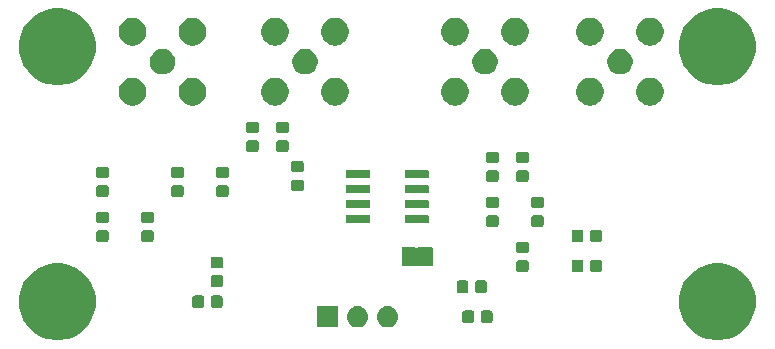
<source format=gbr>
G04 #@! TF.GenerationSoftware,KiCad,Pcbnew,(5.1.2)-2*
G04 #@! TF.CreationDate,2019-07-04T23:02:13+08:00*
G04 #@! TF.ProjectId,ADA4522,41444134-3532-4322-9e6b-696361645f70,rev?*
G04 #@! TF.SameCoordinates,Original*
G04 #@! TF.FileFunction,Soldermask,Top*
G04 #@! TF.FilePolarity,Negative*
%FSLAX46Y46*%
G04 Gerber Fmt 4.6, Leading zero omitted, Abs format (unit mm)*
G04 Created by KiCad (PCBNEW (5.1.2)-2) date 2019-07-04 23:02:13*
%MOMM*%
%LPD*%
G04 APERTURE LIST*
%ADD10C,0.100000*%
G04 APERTURE END LIST*
D10*
G36*
X175894239Y-89521467D02*
G01*
X176208282Y-89583934D01*
X176799926Y-89829001D01*
X177173432Y-90078570D01*
X177332391Y-90184783D01*
X177785217Y-90637609D01*
X177855986Y-90743523D01*
X178140999Y-91170074D01*
X178386066Y-91761718D01*
X178404336Y-91853569D01*
X178511000Y-92389803D01*
X178511000Y-93030197D01*
X178488451Y-93143557D01*
X178386066Y-93658282D01*
X178140999Y-94249926D01*
X177893599Y-94620185D01*
X177818367Y-94732779D01*
X177785216Y-94782392D01*
X177332392Y-95235216D01*
X176799926Y-95590999D01*
X176208282Y-95836066D01*
X175894239Y-95898533D01*
X175580197Y-95961000D01*
X174939803Y-95961000D01*
X174625761Y-95898533D01*
X174311718Y-95836066D01*
X173720074Y-95590999D01*
X173187608Y-95235216D01*
X172734784Y-94782392D01*
X172701634Y-94732779D01*
X172626401Y-94620185D01*
X172379001Y-94249926D01*
X172133934Y-93658282D01*
X172031549Y-93143557D01*
X172009000Y-93030197D01*
X172009000Y-92389803D01*
X172115664Y-91853569D01*
X172133934Y-91761718D01*
X172379001Y-91170074D01*
X172664014Y-90743523D01*
X172734783Y-90637609D01*
X173187609Y-90184783D01*
X173346568Y-90078570D01*
X173720074Y-89829001D01*
X174311718Y-89583934D01*
X174625761Y-89521467D01*
X174939803Y-89459000D01*
X175580197Y-89459000D01*
X175894239Y-89521467D01*
X175894239Y-89521467D01*
G37*
G36*
X120014239Y-89521467D02*
G01*
X120328282Y-89583934D01*
X120919926Y-89829001D01*
X121293432Y-90078570D01*
X121452391Y-90184783D01*
X121905217Y-90637609D01*
X121975986Y-90743523D01*
X122260999Y-91170074D01*
X122506066Y-91761718D01*
X122524336Y-91853569D01*
X122631000Y-92389803D01*
X122631000Y-93030197D01*
X122608451Y-93143557D01*
X122506066Y-93658282D01*
X122260999Y-94249926D01*
X122013599Y-94620185D01*
X121938367Y-94732779D01*
X121905216Y-94782392D01*
X121452392Y-95235216D01*
X120919926Y-95590999D01*
X120328282Y-95836066D01*
X120014239Y-95898533D01*
X119700197Y-95961000D01*
X119059803Y-95961000D01*
X118745761Y-95898533D01*
X118431718Y-95836066D01*
X117840074Y-95590999D01*
X117307608Y-95235216D01*
X116854784Y-94782392D01*
X116821634Y-94732779D01*
X116746401Y-94620185D01*
X116499001Y-94249926D01*
X116253934Y-93658282D01*
X116151549Y-93143557D01*
X116129000Y-93030197D01*
X116129000Y-92389803D01*
X116235664Y-91853569D01*
X116253934Y-91761718D01*
X116499001Y-91170074D01*
X116784014Y-90743523D01*
X116854783Y-90637609D01*
X117307609Y-90184783D01*
X117466568Y-90078570D01*
X117840074Y-89829001D01*
X118431718Y-89583934D01*
X118745761Y-89521467D01*
X119059803Y-89459000D01*
X119700197Y-89459000D01*
X120014239Y-89521467D01*
X120014239Y-89521467D01*
G37*
G36*
X147427412Y-93085220D02*
G01*
X147496627Y-93092037D01*
X147666466Y-93143557D01*
X147822991Y-93227222D01*
X147858729Y-93256552D01*
X147960186Y-93339814D01*
X148043448Y-93441271D01*
X148072778Y-93477009D01*
X148156443Y-93633534D01*
X148207963Y-93803373D01*
X148225359Y-93980000D01*
X148207963Y-94156627D01*
X148156443Y-94326466D01*
X148072778Y-94482991D01*
X148057746Y-94501307D01*
X147960186Y-94620186D01*
X147858729Y-94703448D01*
X147822991Y-94732778D01*
X147666466Y-94816443D01*
X147496627Y-94867963D01*
X147430443Y-94874481D01*
X147364260Y-94881000D01*
X147275740Y-94881000D01*
X147209557Y-94874481D01*
X147143373Y-94867963D01*
X146973534Y-94816443D01*
X146817009Y-94732778D01*
X146781271Y-94703448D01*
X146679814Y-94620186D01*
X146582254Y-94501307D01*
X146567222Y-94482991D01*
X146483557Y-94326466D01*
X146432037Y-94156627D01*
X146414641Y-93980000D01*
X146432037Y-93803373D01*
X146483557Y-93633534D01*
X146567222Y-93477009D01*
X146596552Y-93441271D01*
X146679814Y-93339814D01*
X146781271Y-93256552D01*
X146817009Y-93227222D01*
X146973534Y-93143557D01*
X147143373Y-93092037D01*
X147212588Y-93085220D01*
X147275740Y-93079000D01*
X147364260Y-93079000D01*
X147427412Y-93085220D01*
X147427412Y-93085220D01*
G37*
G36*
X143141000Y-94881000D02*
G01*
X141339000Y-94881000D01*
X141339000Y-93079000D01*
X143141000Y-93079000D01*
X143141000Y-94881000D01*
X143141000Y-94881000D01*
G37*
G36*
X144887412Y-93085220D02*
G01*
X144956627Y-93092037D01*
X145126466Y-93143557D01*
X145282991Y-93227222D01*
X145318729Y-93256552D01*
X145420186Y-93339814D01*
X145503448Y-93441271D01*
X145532778Y-93477009D01*
X145616443Y-93633534D01*
X145667963Y-93803373D01*
X145685359Y-93980000D01*
X145667963Y-94156627D01*
X145616443Y-94326466D01*
X145532778Y-94482991D01*
X145517746Y-94501307D01*
X145420186Y-94620186D01*
X145318729Y-94703448D01*
X145282991Y-94732778D01*
X145126466Y-94816443D01*
X144956627Y-94867963D01*
X144890443Y-94874481D01*
X144824260Y-94881000D01*
X144735740Y-94881000D01*
X144669557Y-94874481D01*
X144603373Y-94867963D01*
X144433534Y-94816443D01*
X144277009Y-94732778D01*
X144241271Y-94703448D01*
X144139814Y-94620186D01*
X144042254Y-94501307D01*
X144027222Y-94482991D01*
X143943557Y-94326466D01*
X143892037Y-94156627D01*
X143874641Y-93980000D01*
X143892037Y-93803373D01*
X143943557Y-93633534D01*
X144027222Y-93477009D01*
X144056552Y-93441271D01*
X144139814Y-93339814D01*
X144241271Y-93256552D01*
X144277009Y-93227222D01*
X144433534Y-93143557D01*
X144603373Y-93092037D01*
X144672588Y-93085220D01*
X144735740Y-93079000D01*
X144824260Y-93079000D01*
X144887412Y-93085220D01*
X144887412Y-93085220D01*
G37*
G36*
X156069591Y-93458085D02*
G01*
X156103569Y-93468393D01*
X156134890Y-93485134D01*
X156162339Y-93507661D01*
X156184866Y-93535110D01*
X156201607Y-93566431D01*
X156211915Y-93600409D01*
X156216000Y-93641890D01*
X156216000Y-94318110D01*
X156211915Y-94359591D01*
X156201607Y-94393569D01*
X156184866Y-94424890D01*
X156162339Y-94452339D01*
X156134890Y-94474866D01*
X156103569Y-94491607D01*
X156069591Y-94501915D01*
X156028110Y-94506000D01*
X155426890Y-94506000D01*
X155385409Y-94501915D01*
X155351431Y-94491607D01*
X155320110Y-94474866D01*
X155292661Y-94452339D01*
X155270134Y-94424890D01*
X155253393Y-94393569D01*
X155243085Y-94359591D01*
X155239000Y-94318110D01*
X155239000Y-93641890D01*
X155243085Y-93600409D01*
X155253393Y-93566431D01*
X155270134Y-93535110D01*
X155292661Y-93507661D01*
X155320110Y-93485134D01*
X155351431Y-93468393D01*
X155385409Y-93458085D01*
X155426890Y-93454000D01*
X156028110Y-93454000D01*
X156069591Y-93458085D01*
X156069591Y-93458085D01*
G37*
G36*
X154494591Y-93458085D02*
G01*
X154528569Y-93468393D01*
X154559890Y-93485134D01*
X154587339Y-93507661D01*
X154609866Y-93535110D01*
X154626607Y-93566431D01*
X154636915Y-93600409D01*
X154641000Y-93641890D01*
X154641000Y-94318110D01*
X154636915Y-94359591D01*
X154626607Y-94393569D01*
X154609866Y-94424890D01*
X154587339Y-94452339D01*
X154559890Y-94474866D01*
X154528569Y-94491607D01*
X154494591Y-94501915D01*
X154453110Y-94506000D01*
X153851890Y-94506000D01*
X153810409Y-94501915D01*
X153776431Y-94491607D01*
X153745110Y-94474866D01*
X153717661Y-94452339D01*
X153695134Y-94424890D01*
X153678393Y-94393569D01*
X153668085Y-94359591D01*
X153664000Y-94318110D01*
X153664000Y-93641890D01*
X153668085Y-93600409D01*
X153678393Y-93566431D01*
X153695134Y-93535110D01*
X153717661Y-93507661D01*
X153745110Y-93485134D01*
X153776431Y-93468393D01*
X153810409Y-93458085D01*
X153851890Y-93454000D01*
X154453110Y-93454000D01*
X154494591Y-93458085D01*
X154494591Y-93458085D01*
G37*
G36*
X131634591Y-92188085D02*
G01*
X131668569Y-92198393D01*
X131699890Y-92215134D01*
X131727339Y-92237661D01*
X131749866Y-92265110D01*
X131766607Y-92296431D01*
X131776915Y-92330409D01*
X131781000Y-92371890D01*
X131781000Y-93048110D01*
X131776915Y-93089591D01*
X131766607Y-93123569D01*
X131749866Y-93154890D01*
X131727339Y-93182339D01*
X131699890Y-93204866D01*
X131668569Y-93221607D01*
X131634591Y-93231915D01*
X131593110Y-93236000D01*
X130991890Y-93236000D01*
X130950409Y-93231915D01*
X130916431Y-93221607D01*
X130885110Y-93204866D01*
X130857661Y-93182339D01*
X130835134Y-93154890D01*
X130818393Y-93123569D01*
X130808085Y-93089591D01*
X130804000Y-93048110D01*
X130804000Y-92371890D01*
X130808085Y-92330409D01*
X130818393Y-92296431D01*
X130835134Y-92265110D01*
X130857661Y-92237661D01*
X130885110Y-92215134D01*
X130916431Y-92198393D01*
X130950409Y-92188085D01*
X130991890Y-92184000D01*
X131593110Y-92184000D01*
X131634591Y-92188085D01*
X131634591Y-92188085D01*
G37*
G36*
X133209591Y-92188085D02*
G01*
X133243569Y-92198393D01*
X133274890Y-92215134D01*
X133302339Y-92237661D01*
X133324866Y-92265110D01*
X133341607Y-92296431D01*
X133351915Y-92330409D01*
X133356000Y-92371890D01*
X133356000Y-93048110D01*
X133351915Y-93089591D01*
X133341607Y-93123569D01*
X133324866Y-93154890D01*
X133302339Y-93182339D01*
X133274890Y-93204866D01*
X133243569Y-93221607D01*
X133209591Y-93231915D01*
X133168110Y-93236000D01*
X132566890Y-93236000D01*
X132525409Y-93231915D01*
X132491431Y-93221607D01*
X132460110Y-93204866D01*
X132432661Y-93182339D01*
X132410134Y-93154890D01*
X132393393Y-93123569D01*
X132383085Y-93089591D01*
X132379000Y-93048110D01*
X132379000Y-92371890D01*
X132383085Y-92330409D01*
X132393393Y-92296431D01*
X132410134Y-92265110D01*
X132432661Y-92237661D01*
X132460110Y-92215134D01*
X132491431Y-92198393D01*
X132525409Y-92188085D01*
X132566890Y-92184000D01*
X133168110Y-92184000D01*
X133209591Y-92188085D01*
X133209591Y-92188085D01*
G37*
G36*
X154012091Y-90918085D02*
G01*
X154046069Y-90928393D01*
X154077390Y-90945134D01*
X154104839Y-90967661D01*
X154127366Y-90995110D01*
X154144107Y-91026431D01*
X154154415Y-91060409D01*
X154158500Y-91101890D01*
X154158500Y-91778110D01*
X154154415Y-91819591D01*
X154144107Y-91853569D01*
X154127366Y-91884890D01*
X154104839Y-91912339D01*
X154077390Y-91934866D01*
X154046069Y-91951607D01*
X154012091Y-91961915D01*
X153970610Y-91966000D01*
X153369390Y-91966000D01*
X153327909Y-91961915D01*
X153293931Y-91951607D01*
X153262610Y-91934866D01*
X153235161Y-91912339D01*
X153212634Y-91884890D01*
X153195893Y-91853569D01*
X153185585Y-91819591D01*
X153181500Y-91778110D01*
X153181500Y-91101890D01*
X153185585Y-91060409D01*
X153195893Y-91026431D01*
X153212634Y-90995110D01*
X153235161Y-90967661D01*
X153262610Y-90945134D01*
X153293931Y-90928393D01*
X153327909Y-90918085D01*
X153369390Y-90914000D01*
X153970610Y-90914000D01*
X154012091Y-90918085D01*
X154012091Y-90918085D01*
G37*
G36*
X155587091Y-90918085D02*
G01*
X155621069Y-90928393D01*
X155652390Y-90945134D01*
X155679839Y-90967661D01*
X155702366Y-90995110D01*
X155719107Y-91026431D01*
X155729415Y-91060409D01*
X155733500Y-91101890D01*
X155733500Y-91778110D01*
X155729415Y-91819591D01*
X155719107Y-91853569D01*
X155702366Y-91884890D01*
X155679839Y-91912339D01*
X155652390Y-91934866D01*
X155621069Y-91951607D01*
X155587091Y-91961915D01*
X155545610Y-91966000D01*
X154944390Y-91966000D01*
X154902909Y-91961915D01*
X154868931Y-91951607D01*
X154837610Y-91934866D01*
X154810161Y-91912339D01*
X154787634Y-91884890D01*
X154770893Y-91853569D01*
X154760585Y-91819591D01*
X154756500Y-91778110D01*
X154756500Y-91101890D01*
X154760585Y-91060409D01*
X154770893Y-91026431D01*
X154787634Y-90995110D01*
X154810161Y-90967661D01*
X154837610Y-90945134D01*
X154868931Y-90928393D01*
X154902909Y-90918085D01*
X154944390Y-90914000D01*
X155545610Y-90914000D01*
X155587091Y-90918085D01*
X155587091Y-90918085D01*
G37*
G36*
X133247091Y-90473085D02*
G01*
X133281069Y-90483393D01*
X133312390Y-90500134D01*
X133339839Y-90522661D01*
X133362366Y-90550110D01*
X133379107Y-90581431D01*
X133389415Y-90615409D01*
X133393500Y-90656890D01*
X133393500Y-91258110D01*
X133389415Y-91299591D01*
X133379107Y-91333569D01*
X133362366Y-91364890D01*
X133339839Y-91392339D01*
X133312390Y-91414866D01*
X133281069Y-91431607D01*
X133247091Y-91441915D01*
X133205610Y-91446000D01*
X132529390Y-91446000D01*
X132487909Y-91441915D01*
X132453931Y-91431607D01*
X132422610Y-91414866D01*
X132395161Y-91392339D01*
X132372634Y-91364890D01*
X132355893Y-91333569D01*
X132345585Y-91299591D01*
X132341500Y-91258110D01*
X132341500Y-90656890D01*
X132345585Y-90615409D01*
X132355893Y-90581431D01*
X132372634Y-90550110D01*
X132395161Y-90522661D01*
X132422610Y-90500134D01*
X132453931Y-90483393D01*
X132487909Y-90473085D01*
X132529390Y-90469000D01*
X133205610Y-90469000D01*
X133247091Y-90473085D01*
X133247091Y-90473085D01*
G37*
G36*
X165324592Y-89143086D02*
G01*
X165358570Y-89153394D01*
X165389891Y-89170135D01*
X165417340Y-89192662D01*
X165439867Y-89220111D01*
X165456608Y-89251432D01*
X165466916Y-89285410D01*
X165471001Y-89326891D01*
X165471001Y-90003111D01*
X165466916Y-90044592D01*
X165456608Y-90078570D01*
X165439867Y-90109891D01*
X165417340Y-90137340D01*
X165389891Y-90159867D01*
X165358570Y-90176608D01*
X165324592Y-90186916D01*
X165283111Y-90191001D01*
X164681891Y-90191001D01*
X164640410Y-90186916D01*
X164606432Y-90176608D01*
X164575111Y-90159867D01*
X164547662Y-90137340D01*
X164525135Y-90109891D01*
X164508394Y-90078570D01*
X164498086Y-90044592D01*
X164494001Y-90003111D01*
X164494001Y-89326891D01*
X164498086Y-89285410D01*
X164508394Y-89251432D01*
X164525135Y-89220111D01*
X164547662Y-89192662D01*
X164575111Y-89170135D01*
X164606432Y-89153394D01*
X164640410Y-89143086D01*
X164681891Y-89139001D01*
X165283111Y-89139001D01*
X165324592Y-89143086D01*
X165324592Y-89143086D01*
G37*
G36*
X163749592Y-89143086D02*
G01*
X163783570Y-89153394D01*
X163814891Y-89170135D01*
X163842340Y-89192662D01*
X163864867Y-89220111D01*
X163881608Y-89251432D01*
X163891916Y-89285410D01*
X163896001Y-89326891D01*
X163896001Y-90003111D01*
X163891916Y-90044592D01*
X163881608Y-90078570D01*
X163864867Y-90109891D01*
X163842340Y-90137340D01*
X163814891Y-90159867D01*
X163783570Y-90176608D01*
X163749592Y-90186916D01*
X163708111Y-90191001D01*
X163106891Y-90191001D01*
X163065410Y-90186916D01*
X163031432Y-90176608D01*
X163000111Y-90159867D01*
X162972662Y-90137340D01*
X162950135Y-90109891D01*
X162933394Y-90078570D01*
X162923086Y-90044592D01*
X162919001Y-90003111D01*
X162919001Y-89326891D01*
X162923086Y-89285410D01*
X162933394Y-89251432D01*
X162950135Y-89220111D01*
X162972662Y-89192662D01*
X163000111Y-89170135D01*
X163031432Y-89153394D01*
X163065410Y-89143086D01*
X163106891Y-89139001D01*
X163708111Y-89139001D01*
X163749592Y-89143086D01*
X163749592Y-89143086D01*
G37*
G36*
X159129591Y-89203085D02*
G01*
X159163569Y-89213393D01*
X159194890Y-89230134D01*
X159222339Y-89252661D01*
X159244866Y-89280110D01*
X159261607Y-89311431D01*
X159271915Y-89345409D01*
X159276000Y-89386890D01*
X159276000Y-89988110D01*
X159271915Y-90029591D01*
X159261607Y-90063569D01*
X159244866Y-90094890D01*
X159222339Y-90122339D01*
X159194890Y-90144866D01*
X159163569Y-90161607D01*
X159129591Y-90171915D01*
X159088110Y-90176000D01*
X158411890Y-90176000D01*
X158370409Y-90171915D01*
X158336431Y-90161607D01*
X158305110Y-90144866D01*
X158277661Y-90122339D01*
X158255134Y-90094890D01*
X158238393Y-90063569D01*
X158228085Y-90029591D01*
X158224000Y-89988110D01*
X158224000Y-89386890D01*
X158228085Y-89345409D01*
X158238393Y-89311431D01*
X158255134Y-89280110D01*
X158277661Y-89252661D01*
X158305110Y-89230134D01*
X158336431Y-89213393D01*
X158370409Y-89203085D01*
X158411890Y-89199000D01*
X159088110Y-89199000D01*
X159129591Y-89203085D01*
X159129591Y-89203085D01*
G37*
G36*
X133247091Y-88898085D02*
G01*
X133281069Y-88908393D01*
X133312390Y-88925134D01*
X133339839Y-88947661D01*
X133362366Y-88975110D01*
X133379107Y-89006431D01*
X133389415Y-89040409D01*
X133393500Y-89081890D01*
X133393500Y-89683110D01*
X133389415Y-89724591D01*
X133379107Y-89758569D01*
X133362366Y-89789890D01*
X133339839Y-89817339D01*
X133312390Y-89839866D01*
X133281069Y-89856607D01*
X133247091Y-89866915D01*
X133205610Y-89871000D01*
X132529390Y-89871000D01*
X132487909Y-89866915D01*
X132453931Y-89856607D01*
X132422610Y-89839866D01*
X132395161Y-89817339D01*
X132372634Y-89789890D01*
X132355893Y-89758569D01*
X132345585Y-89724591D01*
X132341500Y-89683110D01*
X132341500Y-89081890D01*
X132345585Y-89040409D01*
X132355893Y-89006431D01*
X132372634Y-88975110D01*
X132395161Y-88947661D01*
X132422610Y-88925134D01*
X132453931Y-88908393D01*
X132487909Y-88898085D01*
X132529390Y-88894000D01*
X133205610Y-88894000D01*
X133247091Y-88898085D01*
X133247091Y-88898085D01*
G37*
G36*
X149644999Y-88099737D02*
G01*
X149654608Y-88102652D01*
X149663472Y-88107390D01*
X149671212Y-88113742D01*
X149671213Y-88113743D01*
X149671237Y-88113763D01*
X149677640Y-88121573D01*
X149677677Y-88121628D01*
X149685480Y-88131147D01*
X149685511Y-88131122D01*
X149696853Y-88144972D01*
X149715779Y-88160537D01*
X149737377Y-88172111D01*
X149760819Y-88179249D01*
X149785202Y-88181676D01*
X149809591Y-88179300D01*
X149833047Y-88172211D01*
X149854670Y-88160682D01*
X149873628Y-88145157D01*
X149889193Y-88126231D01*
X149891029Y-88123175D01*
X149892418Y-88121486D01*
X149892419Y-88121484D01*
X149898801Y-88113725D01*
X149906573Y-88107360D01*
X149906575Y-88107358D01*
X149915399Y-88102654D01*
X149915438Y-88102633D01*
X149925055Y-88099727D01*
X149925085Y-88099718D01*
X149941113Y-88098148D01*
X151078860Y-88098148D01*
X151094999Y-88099737D01*
X151104608Y-88102652D01*
X151113472Y-88107390D01*
X151121237Y-88113763D01*
X151127610Y-88121528D01*
X151132348Y-88130392D01*
X151135263Y-88140001D01*
X151136852Y-88156140D01*
X151136852Y-89643860D01*
X151135263Y-89659999D01*
X151132348Y-89669608D01*
X151127610Y-89678472D01*
X151121237Y-89686237D01*
X151113472Y-89692610D01*
X151104608Y-89697348D01*
X151094999Y-89700263D01*
X151078860Y-89701852D01*
X149941140Y-89701852D01*
X149925001Y-89700263D01*
X149915392Y-89697348D01*
X149906528Y-89692610D01*
X149898763Y-89686237D01*
X149888116Y-89673263D01*
X149881947Y-89664032D01*
X149864619Y-89646706D01*
X149844244Y-89633093D01*
X149821605Y-89623717D01*
X149797572Y-89618937D01*
X149773068Y-89618938D01*
X149749035Y-89623720D01*
X149726396Y-89633098D01*
X149706022Y-89646713D01*
X149688696Y-89664041D01*
X149681825Y-89673317D01*
X149677640Y-89678427D01*
X149671275Y-89686199D01*
X149663516Y-89692581D01*
X149654661Y-89697326D01*
X149651623Y-89698251D01*
X149645085Y-89700242D01*
X149645082Y-89700242D01*
X149645050Y-89700252D01*
X149635000Y-89701247D01*
X149634935Y-89701247D01*
X149628825Y-89701852D01*
X148641140Y-89701852D01*
X148625001Y-89700263D01*
X148615392Y-89697348D01*
X148606528Y-89692610D01*
X148598763Y-89686237D01*
X148592390Y-89678472D01*
X148587652Y-89669608D01*
X148584737Y-89659999D01*
X148583148Y-89643860D01*
X148583148Y-88156140D01*
X148584737Y-88140001D01*
X148587652Y-88130392D01*
X148592390Y-88121528D01*
X148598763Y-88113763D01*
X148606528Y-88107390D01*
X148615392Y-88102652D01*
X148625001Y-88099737D01*
X148641140Y-88098148D01*
X149628860Y-88098148D01*
X149644999Y-88099737D01*
X149644999Y-88099737D01*
G37*
G36*
X159129591Y-87628085D02*
G01*
X159163569Y-87638393D01*
X159194890Y-87655134D01*
X159222339Y-87677661D01*
X159244866Y-87705110D01*
X159261607Y-87736431D01*
X159271915Y-87770409D01*
X159276000Y-87811890D01*
X159276000Y-88413110D01*
X159271915Y-88454591D01*
X159261607Y-88488569D01*
X159244866Y-88519890D01*
X159222339Y-88547339D01*
X159194890Y-88569866D01*
X159163569Y-88586607D01*
X159129591Y-88596915D01*
X159088110Y-88601000D01*
X158411890Y-88601000D01*
X158370409Y-88596915D01*
X158336431Y-88586607D01*
X158305110Y-88569866D01*
X158277661Y-88547339D01*
X158255134Y-88519890D01*
X158238393Y-88488569D01*
X158228085Y-88454591D01*
X158224000Y-88413110D01*
X158224000Y-87811890D01*
X158228085Y-87770409D01*
X158238393Y-87736431D01*
X158255134Y-87705110D01*
X158277661Y-87677661D01*
X158305110Y-87655134D01*
X158336431Y-87638393D01*
X158370409Y-87628085D01*
X158411890Y-87624000D01*
X159088110Y-87624000D01*
X159129591Y-87628085D01*
X159129591Y-87628085D01*
G37*
G36*
X165324592Y-86633086D02*
G01*
X165358570Y-86643394D01*
X165389891Y-86660135D01*
X165417340Y-86682662D01*
X165439867Y-86710111D01*
X165456608Y-86741432D01*
X165466916Y-86775410D01*
X165471001Y-86816891D01*
X165471001Y-87493111D01*
X165466916Y-87534592D01*
X165456608Y-87568570D01*
X165439867Y-87599891D01*
X165417340Y-87627340D01*
X165389891Y-87649867D01*
X165358570Y-87666608D01*
X165324592Y-87676916D01*
X165283111Y-87681001D01*
X164681891Y-87681001D01*
X164640410Y-87676916D01*
X164606432Y-87666608D01*
X164575111Y-87649867D01*
X164547662Y-87627340D01*
X164525135Y-87599891D01*
X164508394Y-87568570D01*
X164498086Y-87534592D01*
X164494001Y-87493111D01*
X164494001Y-86816891D01*
X164498086Y-86775410D01*
X164508394Y-86741432D01*
X164525135Y-86710111D01*
X164547662Y-86682662D01*
X164575111Y-86660135D01*
X164606432Y-86643394D01*
X164640410Y-86633086D01*
X164681891Y-86629001D01*
X165283111Y-86629001D01*
X165324592Y-86633086D01*
X165324592Y-86633086D01*
G37*
G36*
X163749592Y-86633086D02*
G01*
X163783570Y-86643394D01*
X163814891Y-86660135D01*
X163842340Y-86682662D01*
X163864867Y-86710111D01*
X163881608Y-86741432D01*
X163891916Y-86775410D01*
X163896001Y-86816891D01*
X163896001Y-87493111D01*
X163891916Y-87534592D01*
X163881608Y-87568570D01*
X163864867Y-87599891D01*
X163842340Y-87627340D01*
X163814891Y-87649867D01*
X163783570Y-87666608D01*
X163749592Y-87676916D01*
X163708111Y-87681001D01*
X163106891Y-87681001D01*
X163065410Y-87676916D01*
X163031432Y-87666608D01*
X163000111Y-87649867D01*
X162972662Y-87627340D01*
X162950135Y-87599891D01*
X162933394Y-87568570D01*
X162923086Y-87534592D01*
X162919001Y-87493111D01*
X162919001Y-86816891D01*
X162923086Y-86775410D01*
X162933394Y-86741432D01*
X162950135Y-86710111D01*
X162972662Y-86682662D01*
X163000111Y-86660135D01*
X163031432Y-86643394D01*
X163065410Y-86633086D01*
X163106891Y-86629001D01*
X163708111Y-86629001D01*
X163749592Y-86633086D01*
X163749592Y-86633086D01*
G37*
G36*
X123569591Y-86663085D02*
G01*
X123603569Y-86673393D01*
X123634890Y-86690134D01*
X123662339Y-86712661D01*
X123684866Y-86740110D01*
X123701607Y-86771431D01*
X123711915Y-86805409D01*
X123716000Y-86846890D01*
X123716000Y-87448110D01*
X123711915Y-87489591D01*
X123701607Y-87523569D01*
X123684866Y-87554890D01*
X123662339Y-87582339D01*
X123634890Y-87604866D01*
X123603569Y-87621607D01*
X123569591Y-87631915D01*
X123528110Y-87636000D01*
X122851890Y-87636000D01*
X122810409Y-87631915D01*
X122776431Y-87621607D01*
X122745110Y-87604866D01*
X122717661Y-87582339D01*
X122695134Y-87554890D01*
X122678393Y-87523569D01*
X122668085Y-87489591D01*
X122664000Y-87448110D01*
X122664000Y-86846890D01*
X122668085Y-86805409D01*
X122678393Y-86771431D01*
X122695134Y-86740110D01*
X122717661Y-86712661D01*
X122745110Y-86690134D01*
X122776431Y-86673393D01*
X122810409Y-86663085D01*
X122851890Y-86659000D01*
X123528110Y-86659000D01*
X123569591Y-86663085D01*
X123569591Y-86663085D01*
G37*
G36*
X127379591Y-86663085D02*
G01*
X127413569Y-86673393D01*
X127444890Y-86690134D01*
X127472339Y-86712661D01*
X127494866Y-86740110D01*
X127511607Y-86771431D01*
X127521915Y-86805409D01*
X127526000Y-86846890D01*
X127526000Y-87448110D01*
X127521915Y-87489591D01*
X127511607Y-87523569D01*
X127494866Y-87554890D01*
X127472339Y-87582339D01*
X127444890Y-87604866D01*
X127413569Y-87621607D01*
X127379591Y-87631915D01*
X127338110Y-87636000D01*
X126661890Y-87636000D01*
X126620409Y-87631915D01*
X126586431Y-87621607D01*
X126555110Y-87604866D01*
X126527661Y-87582339D01*
X126505134Y-87554890D01*
X126488393Y-87523569D01*
X126478085Y-87489591D01*
X126474000Y-87448110D01*
X126474000Y-86846890D01*
X126478085Y-86805409D01*
X126488393Y-86771431D01*
X126505134Y-86740110D01*
X126527661Y-86712661D01*
X126555110Y-86690134D01*
X126586431Y-86673393D01*
X126620409Y-86663085D01*
X126661890Y-86659000D01*
X127338110Y-86659000D01*
X127379591Y-86663085D01*
X127379591Y-86663085D01*
G37*
G36*
X156589591Y-85393085D02*
G01*
X156623569Y-85403393D01*
X156654890Y-85420134D01*
X156682339Y-85442661D01*
X156704866Y-85470110D01*
X156721607Y-85501431D01*
X156731915Y-85535409D01*
X156736000Y-85576890D01*
X156736000Y-86178110D01*
X156731915Y-86219591D01*
X156721607Y-86253569D01*
X156704866Y-86284890D01*
X156682339Y-86312339D01*
X156654890Y-86334866D01*
X156623569Y-86351607D01*
X156589591Y-86361915D01*
X156548110Y-86366000D01*
X155871890Y-86366000D01*
X155830409Y-86361915D01*
X155796431Y-86351607D01*
X155765110Y-86334866D01*
X155737661Y-86312339D01*
X155715134Y-86284890D01*
X155698393Y-86253569D01*
X155688085Y-86219591D01*
X155684000Y-86178110D01*
X155684000Y-85576890D01*
X155688085Y-85535409D01*
X155698393Y-85501431D01*
X155715134Y-85470110D01*
X155737661Y-85442661D01*
X155765110Y-85420134D01*
X155796431Y-85403393D01*
X155830409Y-85393085D01*
X155871890Y-85389000D01*
X156548110Y-85389000D01*
X156589591Y-85393085D01*
X156589591Y-85393085D01*
G37*
G36*
X160399591Y-85393085D02*
G01*
X160433569Y-85403393D01*
X160464890Y-85420134D01*
X160492339Y-85442661D01*
X160514866Y-85470110D01*
X160531607Y-85501431D01*
X160541915Y-85535409D01*
X160546000Y-85576890D01*
X160546000Y-86178110D01*
X160541915Y-86219591D01*
X160531607Y-86253569D01*
X160514866Y-86284890D01*
X160492339Y-86312339D01*
X160464890Y-86334866D01*
X160433569Y-86351607D01*
X160399591Y-86361915D01*
X160358110Y-86366000D01*
X159681890Y-86366000D01*
X159640409Y-86361915D01*
X159606431Y-86351607D01*
X159575110Y-86334866D01*
X159547661Y-86312339D01*
X159525134Y-86284890D01*
X159508393Y-86253569D01*
X159498085Y-86219591D01*
X159494000Y-86178110D01*
X159494000Y-85576890D01*
X159498085Y-85535409D01*
X159508393Y-85501431D01*
X159525134Y-85470110D01*
X159547661Y-85442661D01*
X159575110Y-85420134D01*
X159606431Y-85403393D01*
X159640409Y-85393085D01*
X159681890Y-85389000D01*
X160358110Y-85389000D01*
X160399591Y-85393085D01*
X160399591Y-85393085D01*
G37*
G36*
X145779928Y-85376764D02*
G01*
X145801009Y-85383160D01*
X145820445Y-85393548D01*
X145837476Y-85407524D01*
X145851452Y-85424555D01*
X145861840Y-85443991D01*
X145868236Y-85465072D01*
X145871000Y-85493140D01*
X145871000Y-85956860D01*
X145868236Y-85984928D01*
X145861840Y-86006009D01*
X145851452Y-86025445D01*
X145837476Y-86042476D01*
X145820445Y-86056452D01*
X145801009Y-86066840D01*
X145779928Y-86073236D01*
X145751860Y-86076000D01*
X143938140Y-86076000D01*
X143910072Y-86073236D01*
X143888991Y-86066840D01*
X143869555Y-86056452D01*
X143852524Y-86042476D01*
X143838548Y-86025445D01*
X143828160Y-86006009D01*
X143821764Y-85984928D01*
X143819000Y-85956860D01*
X143819000Y-85493140D01*
X143821764Y-85465072D01*
X143828160Y-85443991D01*
X143838548Y-85424555D01*
X143852524Y-85407524D01*
X143869555Y-85393548D01*
X143888991Y-85383160D01*
X143910072Y-85376764D01*
X143938140Y-85374000D01*
X145751860Y-85374000D01*
X145779928Y-85376764D01*
X145779928Y-85376764D01*
G37*
G36*
X150729928Y-85376764D02*
G01*
X150751009Y-85383160D01*
X150770445Y-85393548D01*
X150787476Y-85407524D01*
X150801452Y-85424555D01*
X150811840Y-85443991D01*
X150818236Y-85465072D01*
X150821000Y-85493140D01*
X150821000Y-85956860D01*
X150818236Y-85984928D01*
X150811840Y-86006009D01*
X150801452Y-86025445D01*
X150787476Y-86042476D01*
X150770445Y-86056452D01*
X150751009Y-86066840D01*
X150729928Y-86073236D01*
X150701860Y-86076000D01*
X148888140Y-86076000D01*
X148860072Y-86073236D01*
X148838991Y-86066840D01*
X148819555Y-86056452D01*
X148802524Y-86042476D01*
X148788548Y-86025445D01*
X148778160Y-86006009D01*
X148771764Y-85984928D01*
X148769000Y-85956860D01*
X148769000Y-85493140D01*
X148771764Y-85465072D01*
X148778160Y-85443991D01*
X148788548Y-85424555D01*
X148802524Y-85407524D01*
X148819555Y-85393548D01*
X148838991Y-85383160D01*
X148860072Y-85376764D01*
X148888140Y-85374000D01*
X150701860Y-85374000D01*
X150729928Y-85376764D01*
X150729928Y-85376764D01*
G37*
G36*
X123569591Y-85088085D02*
G01*
X123603569Y-85098393D01*
X123634890Y-85115134D01*
X123662339Y-85137661D01*
X123684866Y-85165110D01*
X123701607Y-85196431D01*
X123711915Y-85230409D01*
X123716000Y-85271890D01*
X123716000Y-85873110D01*
X123711915Y-85914591D01*
X123701607Y-85948569D01*
X123684866Y-85979890D01*
X123662339Y-86007339D01*
X123634890Y-86029866D01*
X123603569Y-86046607D01*
X123569591Y-86056915D01*
X123528110Y-86061000D01*
X122851890Y-86061000D01*
X122810409Y-86056915D01*
X122776431Y-86046607D01*
X122745110Y-86029866D01*
X122717661Y-86007339D01*
X122695134Y-85979890D01*
X122678393Y-85948569D01*
X122668085Y-85914591D01*
X122664000Y-85873110D01*
X122664000Y-85271890D01*
X122668085Y-85230409D01*
X122678393Y-85196431D01*
X122695134Y-85165110D01*
X122717661Y-85137661D01*
X122745110Y-85115134D01*
X122776431Y-85098393D01*
X122810409Y-85088085D01*
X122851890Y-85084000D01*
X123528110Y-85084000D01*
X123569591Y-85088085D01*
X123569591Y-85088085D01*
G37*
G36*
X127379591Y-85088085D02*
G01*
X127413569Y-85098393D01*
X127444890Y-85115134D01*
X127472339Y-85137661D01*
X127494866Y-85165110D01*
X127511607Y-85196431D01*
X127521915Y-85230409D01*
X127526000Y-85271890D01*
X127526000Y-85873110D01*
X127521915Y-85914591D01*
X127511607Y-85948569D01*
X127494866Y-85979890D01*
X127472339Y-86007339D01*
X127444890Y-86029866D01*
X127413569Y-86046607D01*
X127379591Y-86056915D01*
X127338110Y-86061000D01*
X126661890Y-86061000D01*
X126620409Y-86056915D01*
X126586431Y-86046607D01*
X126555110Y-86029866D01*
X126527661Y-86007339D01*
X126505134Y-85979890D01*
X126488393Y-85948569D01*
X126478085Y-85914591D01*
X126474000Y-85873110D01*
X126474000Y-85271890D01*
X126478085Y-85230409D01*
X126488393Y-85196431D01*
X126505134Y-85165110D01*
X126527661Y-85137661D01*
X126555110Y-85115134D01*
X126586431Y-85098393D01*
X126620409Y-85088085D01*
X126661890Y-85084000D01*
X127338110Y-85084000D01*
X127379591Y-85088085D01*
X127379591Y-85088085D01*
G37*
G36*
X150729928Y-84106764D02*
G01*
X150751009Y-84113160D01*
X150770445Y-84123548D01*
X150787476Y-84137524D01*
X150801452Y-84154555D01*
X150811840Y-84173991D01*
X150818236Y-84195072D01*
X150821000Y-84223140D01*
X150821000Y-84686860D01*
X150818236Y-84714928D01*
X150811840Y-84736009D01*
X150801452Y-84755445D01*
X150787476Y-84772476D01*
X150770445Y-84786452D01*
X150751009Y-84796840D01*
X150729928Y-84803236D01*
X150701860Y-84806000D01*
X148888140Y-84806000D01*
X148860072Y-84803236D01*
X148838991Y-84796840D01*
X148819555Y-84786452D01*
X148802524Y-84772476D01*
X148788548Y-84755445D01*
X148778160Y-84736009D01*
X148771764Y-84714928D01*
X148769000Y-84686860D01*
X148769000Y-84223140D01*
X148771764Y-84195072D01*
X148778160Y-84173991D01*
X148788548Y-84154555D01*
X148802524Y-84137524D01*
X148819555Y-84123548D01*
X148838991Y-84113160D01*
X148860072Y-84106764D01*
X148888140Y-84104000D01*
X150701860Y-84104000D01*
X150729928Y-84106764D01*
X150729928Y-84106764D01*
G37*
G36*
X145779928Y-84106764D02*
G01*
X145801009Y-84113160D01*
X145820445Y-84123548D01*
X145837476Y-84137524D01*
X145851452Y-84154555D01*
X145861840Y-84173991D01*
X145868236Y-84195072D01*
X145871000Y-84223140D01*
X145871000Y-84686860D01*
X145868236Y-84714928D01*
X145861840Y-84736009D01*
X145851452Y-84755445D01*
X145837476Y-84772476D01*
X145820445Y-84786452D01*
X145801009Y-84796840D01*
X145779928Y-84803236D01*
X145751860Y-84806000D01*
X143938140Y-84806000D01*
X143910072Y-84803236D01*
X143888991Y-84796840D01*
X143869555Y-84786452D01*
X143852524Y-84772476D01*
X143838548Y-84755445D01*
X143828160Y-84736009D01*
X143821764Y-84714928D01*
X143819000Y-84686860D01*
X143819000Y-84223140D01*
X143821764Y-84195072D01*
X143828160Y-84173991D01*
X143838548Y-84154555D01*
X143852524Y-84137524D01*
X143869555Y-84123548D01*
X143888991Y-84113160D01*
X143910072Y-84106764D01*
X143938140Y-84104000D01*
X145751860Y-84104000D01*
X145779928Y-84106764D01*
X145779928Y-84106764D01*
G37*
G36*
X156589591Y-83818085D02*
G01*
X156623569Y-83828393D01*
X156654890Y-83845134D01*
X156682339Y-83867661D01*
X156704866Y-83895110D01*
X156721607Y-83926431D01*
X156731915Y-83960409D01*
X156736000Y-84001890D01*
X156736000Y-84603110D01*
X156731915Y-84644591D01*
X156721607Y-84678569D01*
X156704866Y-84709890D01*
X156682339Y-84737339D01*
X156654890Y-84759866D01*
X156623569Y-84776607D01*
X156589591Y-84786915D01*
X156548110Y-84791000D01*
X155871890Y-84791000D01*
X155830409Y-84786915D01*
X155796431Y-84776607D01*
X155765110Y-84759866D01*
X155737661Y-84737339D01*
X155715134Y-84709890D01*
X155698393Y-84678569D01*
X155688085Y-84644591D01*
X155684000Y-84603110D01*
X155684000Y-84001890D01*
X155688085Y-83960409D01*
X155698393Y-83926431D01*
X155715134Y-83895110D01*
X155737661Y-83867661D01*
X155765110Y-83845134D01*
X155796431Y-83828393D01*
X155830409Y-83818085D01*
X155871890Y-83814000D01*
X156548110Y-83814000D01*
X156589591Y-83818085D01*
X156589591Y-83818085D01*
G37*
G36*
X160399591Y-83818085D02*
G01*
X160433569Y-83828393D01*
X160464890Y-83845134D01*
X160492339Y-83867661D01*
X160514866Y-83895110D01*
X160531607Y-83926431D01*
X160541915Y-83960409D01*
X160546000Y-84001890D01*
X160546000Y-84603110D01*
X160541915Y-84644591D01*
X160531607Y-84678569D01*
X160514866Y-84709890D01*
X160492339Y-84737339D01*
X160464890Y-84759866D01*
X160433569Y-84776607D01*
X160399591Y-84786915D01*
X160358110Y-84791000D01*
X159681890Y-84791000D01*
X159640409Y-84786915D01*
X159606431Y-84776607D01*
X159575110Y-84759866D01*
X159547661Y-84737339D01*
X159525134Y-84709890D01*
X159508393Y-84678569D01*
X159498085Y-84644591D01*
X159494000Y-84603110D01*
X159494000Y-84001890D01*
X159498085Y-83960409D01*
X159508393Y-83926431D01*
X159525134Y-83895110D01*
X159547661Y-83867661D01*
X159575110Y-83845134D01*
X159606431Y-83828393D01*
X159640409Y-83818085D01*
X159681890Y-83814000D01*
X160358110Y-83814000D01*
X160399591Y-83818085D01*
X160399591Y-83818085D01*
G37*
G36*
X123569591Y-82853085D02*
G01*
X123603569Y-82863393D01*
X123634890Y-82880134D01*
X123662339Y-82902661D01*
X123684866Y-82930110D01*
X123701607Y-82961431D01*
X123711915Y-82995409D01*
X123716000Y-83036890D01*
X123716000Y-83638110D01*
X123711915Y-83679591D01*
X123701607Y-83713569D01*
X123684866Y-83744890D01*
X123662339Y-83772339D01*
X123634890Y-83794866D01*
X123603569Y-83811607D01*
X123569591Y-83821915D01*
X123528110Y-83826000D01*
X122851890Y-83826000D01*
X122810409Y-83821915D01*
X122776431Y-83811607D01*
X122745110Y-83794866D01*
X122717661Y-83772339D01*
X122695134Y-83744890D01*
X122678393Y-83713569D01*
X122668085Y-83679591D01*
X122664000Y-83638110D01*
X122664000Y-83036890D01*
X122668085Y-82995409D01*
X122678393Y-82961431D01*
X122695134Y-82930110D01*
X122717661Y-82902661D01*
X122745110Y-82880134D01*
X122776431Y-82863393D01*
X122810409Y-82853085D01*
X122851890Y-82849000D01*
X123528110Y-82849000D01*
X123569591Y-82853085D01*
X123569591Y-82853085D01*
G37*
G36*
X129919591Y-82853085D02*
G01*
X129953569Y-82863393D01*
X129984890Y-82880134D01*
X130012339Y-82902661D01*
X130034866Y-82930110D01*
X130051607Y-82961431D01*
X130061915Y-82995409D01*
X130066000Y-83036890D01*
X130066000Y-83638110D01*
X130061915Y-83679591D01*
X130051607Y-83713569D01*
X130034866Y-83744890D01*
X130012339Y-83772339D01*
X129984890Y-83794866D01*
X129953569Y-83811607D01*
X129919591Y-83821915D01*
X129878110Y-83826000D01*
X129201890Y-83826000D01*
X129160409Y-83821915D01*
X129126431Y-83811607D01*
X129095110Y-83794866D01*
X129067661Y-83772339D01*
X129045134Y-83744890D01*
X129028393Y-83713569D01*
X129018085Y-83679591D01*
X129014000Y-83638110D01*
X129014000Y-83036890D01*
X129018085Y-82995409D01*
X129028393Y-82961431D01*
X129045134Y-82930110D01*
X129067661Y-82902661D01*
X129095110Y-82880134D01*
X129126431Y-82863393D01*
X129160409Y-82853085D01*
X129201890Y-82849000D01*
X129878110Y-82849000D01*
X129919591Y-82853085D01*
X129919591Y-82853085D01*
G37*
G36*
X133729591Y-82853085D02*
G01*
X133763569Y-82863393D01*
X133794890Y-82880134D01*
X133822339Y-82902661D01*
X133844866Y-82930110D01*
X133861607Y-82961431D01*
X133871915Y-82995409D01*
X133876000Y-83036890D01*
X133876000Y-83638110D01*
X133871915Y-83679591D01*
X133861607Y-83713569D01*
X133844866Y-83744890D01*
X133822339Y-83772339D01*
X133794890Y-83794866D01*
X133763569Y-83811607D01*
X133729591Y-83821915D01*
X133688110Y-83826000D01*
X133011890Y-83826000D01*
X132970409Y-83821915D01*
X132936431Y-83811607D01*
X132905110Y-83794866D01*
X132877661Y-83772339D01*
X132855134Y-83744890D01*
X132838393Y-83713569D01*
X132828085Y-83679591D01*
X132824000Y-83638110D01*
X132824000Y-83036890D01*
X132828085Y-82995409D01*
X132838393Y-82961431D01*
X132855134Y-82930110D01*
X132877661Y-82902661D01*
X132905110Y-82880134D01*
X132936431Y-82863393D01*
X132970409Y-82853085D01*
X133011890Y-82849000D01*
X133688110Y-82849000D01*
X133729591Y-82853085D01*
X133729591Y-82853085D01*
G37*
G36*
X145779928Y-82836764D02*
G01*
X145801009Y-82843160D01*
X145820445Y-82853548D01*
X145837476Y-82867524D01*
X145851452Y-82884555D01*
X145861840Y-82903991D01*
X145868236Y-82925072D01*
X145871000Y-82953140D01*
X145871000Y-83416860D01*
X145868236Y-83444928D01*
X145861840Y-83466009D01*
X145851452Y-83485445D01*
X145837476Y-83502476D01*
X145820445Y-83516452D01*
X145801009Y-83526840D01*
X145779928Y-83533236D01*
X145751860Y-83536000D01*
X143938140Y-83536000D01*
X143910072Y-83533236D01*
X143888991Y-83526840D01*
X143869555Y-83516452D01*
X143852524Y-83502476D01*
X143838548Y-83485445D01*
X143828160Y-83466009D01*
X143821764Y-83444928D01*
X143819000Y-83416860D01*
X143819000Y-82953140D01*
X143821764Y-82925072D01*
X143828160Y-82903991D01*
X143838548Y-82884555D01*
X143852524Y-82867524D01*
X143869555Y-82853548D01*
X143888991Y-82843160D01*
X143910072Y-82836764D01*
X143938140Y-82834000D01*
X145751860Y-82834000D01*
X145779928Y-82836764D01*
X145779928Y-82836764D01*
G37*
G36*
X150729928Y-82836764D02*
G01*
X150751009Y-82843160D01*
X150770445Y-82853548D01*
X150787476Y-82867524D01*
X150801452Y-82884555D01*
X150811840Y-82903991D01*
X150818236Y-82925072D01*
X150821000Y-82953140D01*
X150821000Y-83416860D01*
X150818236Y-83444928D01*
X150811840Y-83466009D01*
X150801452Y-83485445D01*
X150787476Y-83502476D01*
X150770445Y-83516452D01*
X150751009Y-83526840D01*
X150729928Y-83533236D01*
X150701860Y-83536000D01*
X148888140Y-83536000D01*
X148860072Y-83533236D01*
X148838991Y-83526840D01*
X148819555Y-83516452D01*
X148802524Y-83502476D01*
X148788548Y-83485445D01*
X148778160Y-83466009D01*
X148771764Y-83444928D01*
X148769000Y-83416860D01*
X148769000Y-82953140D01*
X148771764Y-82925072D01*
X148778160Y-82903991D01*
X148788548Y-82884555D01*
X148802524Y-82867524D01*
X148819555Y-82853548D01*
X148838991Y-82843160D01*
X148860072Y-82836764D01*
X148888140Y-82834000D01*
X150701860Y-82834000D01*
X150729928Y-82836764D01*
X150729928Y-82836764D01*
G37*
G36*
X140079591Y-82370585D02*
G01*
X140113569Y-82380893D01*
X140144890Y-82397634D01*
X140172339Y-82420161D01*
X140194866Y-82447610D01*
X140211607Y-82478931D01*
X140221915Y-82512909D01*
X140226000Y-82554390D01*
X140226000Y-83155610D01*
X140221915Y-83197091D01*
X140211607Y-83231069D01*
X140194866Y-83262390D01*
X140172339Y-83289839D01*
X140144890Y-83312366D01*
X140113569Y-83329107D01*
X140079591Y-83339415D01*
X140038110Y-83343500D01*
X139361890Y-83343500D01*
X139320409Y-83339415D01*
X139286431Y-83329107D01*
X139255110Y-83312366D01*
X139227661Y-83289839D01*
X139205134Y-83262390D01*
X139188393Y-83231069D01*
X139178085Y-83197091D01*
X139174000Y-83155610D01*
X139174000Y-82554390D01*
X139178085Y-82512909D01*
X139188393Y-82478931D01*
X139205134Y-82447610D01*
X139227661Y-82420161D01*
X139255110Y-82397634D01*
X139286431Y-82380893D01*
X139320409Y-82370585D01*
X139361890Y-82366500D01*
X140038110Y-82366500D01*
X140079591Y-82370585D01*
X140079591Y-82370585D01*
G37*
G36*
X156589591Y-81583085D02*
G01*
X156623569Y-81593393D01*
X156654890Y-81610134D01*
X156682339Y-81632661D01*
X156704866Y-81660110D01*
X156721607Y-81691431D01*
X156731915Y-81725409D01*
X156736000Y-81766890D01*
X156736000Y-82368110D01*
X156731915Y-82409591D01*
X156721607Y-82443569D01*
X156704866Y-82474890D01*
X156682339Y-82502339D01*
X156654890Y-82524866D01*
X156623569Y-82541607D01*
X156589591Y-82551915D01*
X156548110Y-82556000D01*
X155871890Y-82556000D01*
X155830409Y-82551915D01*
X155796431Y-82541607D01*
X155765110Y-82524866D01*
X155737661Y-82502339D01*
X155715134Y-82474890D01*
X155698393Y-82443569D01*
X155688085Y-82409591D01*
X155684000Y-82368110D01*
X155684000Y-81766890D01*
X155688085Y-81725409D01*
X155698393Y-81691431D01*
X155715134Y-81660110D01*
X155737661Y-81632661D01*
X155765110Y-81610134D01*
X155796431Y-81593393D01*
X155830409Y-81583085D01*
X155871890Y-81579000D01*
X156548110Y-81579000D01*
X156589591Y-81583085D01*
X156589591Y-81583085D01*
G37*
G36*
X159129591Y-81583085D02*
G01*
X159163569Y-81593393D01*
X159194890Y-81610134D01*
X159222339Y-81632661D01*
X159244866Y-81660110D01*
X159261607Y-81691431D01*
X159271915Y-81725409D01*
X159276000Y-81766890D01*
X159276000Y-82368110D01*
X159271915Y-82409591D01*
X159261607Y-82443569D01*
X159244866Y-82474890D01*
X159222339Y-82502339D01*
X159194890Y-82524866D01*
X159163569Y-82541607D01*
X159129591Y-82551915D01*
X159088110Y-82556000D01*
X158411890Y-82556000D01*
X158370409Y-82551915D01*
X158336431Y-82541607D01*
X158305110Y-82524866D01*
X158277661Y-82502339D01*
X158255134Y-82474890D01*
X158238393Y-82443569D01*
X158228085Y-82409591D01*
X158224000Y-82368110D01*
X158224000Y-81766890D01*
X158228085Y-81725409D01*
X158238393Y-81691431D01*
X158255134Y-81660110D01*
X158277661Y-81632661D01*
X158305110Y-81610134D01*
X158336431Y-81593393D01*
X158370409Y-81583085D01*
X158411890Y-81579000D01*
X159088110Y-81579000D01*
X159129591Y-81583085D01*
X159129591Y-81583085D01*
G37*
G36*
X145779928Y-81566764D02*
G01*
X145801009Y-81573160D01*
X145820445Y-81583548D01*
X145837476Y-81597524D01*
X145851452Y-81614555D01*
X145861840Y-81633991D01*
X145868236Y-81655072D01*
X145871000Y-81683140D01*
X145871000Y-82146860D01*
X145868236Y-82174928D01*
X145861840Y-82196009D01*
X145851452Y-82215445D01*
X145837476Y-82232476D01*
X145820445Y-82246452D01*
X145801009Y-82256840D01*
X145779928Y-82263236D01*
X145751860Y-82266000D01*
X143938140Y-82266000D01*
X143910072Y-82263236D01*
X143888991Y-82256840D01*
X143869555Y-82246452D01*
X143852524Y-82232476D01*
X143838548Y-82215445D01*
X143828160Y-82196009D01*
X143821764Y-82174928D01*
X143819000Y-82146860D01*
X143819000Y-81683140D01*
X143821764Y-81655072D01*
X143828160Y-81633991D01*
X143838548Y-81614555D01*
X143852524Y-81597524D01*
X143869555Y-81583548D01*
X143888991Y-81573160D01*
X143910072Y-81566764D01*
X143938140Y-81564000D01*
X145751860Y-81564000D01*
X145779928Y-81566764D01*
X145779928Y-81566764D01*
G37*
G36*
X150729928Y-81566764D02*
G01*
X150751009Y-81573160D01*
X150770445Y-81583548D01*
X150787476Y-81597524D01*
X150801452Y-81614555D01*
X150811840Y-81633991D01*
X150818236Y-81655072D01*
X150821000Y-81683140D01*
X150821000Y-82146860D01*
X150818236Y-82174928D01*
X150811840Y-82196009D01*
X150801452Y-82215445D01*
X150787476Y-82232476D01*
X150770445Y-82246452D01*
X150751009Y-82256840D01*
X150729928Y-82263236D01*
X150701860Y-82266000D01*
X148888140Y-82266000D01*
X148860072Y-82263236D01*
X148838991Y-82256840D01*
X148819555Y-82246452D01*
X148802524Y-82232476D01*
X148788548Y-82215445D01*
X148778160Y-82196009D01*
X148771764Y-82174928D01*
X148769000Y-82146860D01*
X148769000Y-81683140D01*
X148771764Y-81655072D01*
X148778160Y-81633991D01*
X148788548Y-81614555D01*
X148802524Y-81597524D01*
X148819555Y-81583548D01*
X148838991Y-81573160D01*
X148860072Y-81566764D01*
X148888140Y-81564000D01*
X150701860Y-81564000D01*
X150729928Y-81566764D01*
X150729928Y-81566764D01*
G37*
G36*
X129919591Y-81278085D02*
G01*
X129953569Y-81288393D01*
X129984890Y-81305134D01*
X130012339Y-81327661D01*
X130034866Y-81355110D01*
X130051607Y-81386431D01*
X130061915Y-81420409D01*
X130066000Y-81461890D01*
X130066000Y-82063110D01*
X130061915Y-82104591D01*
X130051607Y-82138569D01*
X130034866Y-82169890D01*
X130012339Y-82197339D01*
X129984890Y-82219866D01*
X129953569Y-82236607D01*
X129919591Y-82246915D01*
X129878110Y-82251000D01*
X129201890Y-82251000D01*
X129160409Y-82246915D01*
X129126431Y-82236607D01*
X129095110Y-82219866D01*
X129067661Y-82197339D01*
X129045134Y-82169890D01*
X129028393Y-82138569D01*
X129018085Y-82104591D01*
X129014000Y-82063110D01*
X129014000Y-81461890D01*
X129018085Y-81420409D01*
X129028393Y-81386431D01*
X129045134Y-81355110D01*
X129067661Y-81327661D01*
X129095110Y-81305134D01*
X129126431Y-81288393D01*
X129160409Y-81278085D01*
X129201890Y-81274000D01*
X129878110Y-81274000D01*
X129919591Y-81278085D01*
X129919591Y-81278085D01*
G37*
G36*
X133729591Y-81278085D02*
G01*
X133763569Y-81288393D01*
X133794890Y-81305134D01*
X133822339Y-81327661D01*
X133844866Y-81355110D01*
X133861607Y-81386431D01*
X133871915Y-81420409D01*
X133876000Y-81461890D01*
X133876000Y-82063110D01*
X133871915Y-82104591D01*
X133861607Y-82138569D01*
X133844866Y-82169890D01*
X133822339Y-82197339D01*
X133794890Y-82219866D01*
X133763569Y-82236607D01*
X133729591Y-82246915D01*
X133688110Y-82251000D01*
X133011890Y-82251000D01*
X132970409Y-82246915D01*
X132936431Y-82236607D01*
X132905110Y-82219866D01*
X132877661Y-82197339D01*
X132855134Y-82169890D01*
X132838393Y-82138569D01*
X132828085Y-82104591D01*
X132824000Y-82063110D01*
X132824000Y-81461890D01*
X132828085Y-81420409D01*
X132838393Y-81386431D01*
X132855134Y-81355110D01*
X132877661Y-81327661D01*
X132905110Y-81305134D01*
X132936431Y-81288393D01*
X132970409Y-81278085D01*
X133011890Y-81274000D01*
X133688110Y-81274000D01*
X133729591Y-81278085D01*
X133729591Y-81278085D01*
G37*
G36*
X123569591Y-81278085D02*
G01*
X123603569Y-81288393D01*
X123634890Y-81305134D01*
X123662339Y-81327661D01*
X123684866Y-81355110D01*
X123701607Y-81386431D01*
X123711915Y-81420409D01*
X123716000Y-81461890D01*
X123716000Y-82063110D01*
X123711915Y-82104591D01*
X123701607Y-82138569D01*
X123684866Y-82169890D01*
X123662339Y-82197339D01*
X123634890Y-82219866D01*
X123603569Y-82236607D01*
X123569591Y-82246915D01*
X123528110Y-82251000D01*
X122851890Y-82251000D01*
X122810409Y-82246915D01*
X122776431Y-82236607D01*
X122745110Y-82219866D01*
X122717661Y-82197339D01*
X122695134Y-82169890D01*
X122678393Y-82138569D01*
X122668085Y-82104591D01*
X122664000Y-82063110D01*
X122664000Y-81461890D01*
X122668085Y-81420409D01*
X122678393Y-81386431D01*
X122695134Y-81355110D01*
X122717661Y-81327661D01*
X122745110Y-81305134D01*
X122776431Y-81288393D01*
X122810409Y-81278085D01*
X122851890Y-81274000D01*
X123528110Y-81274000D01*
X123569591Y-81278085D01*
X123569591Y-81278085D01*
G37*
G36*
X140079591Y-80795585D02*
G01*
X140113569Y-80805893D01*
X140144890Y-80822634D01*
X140172339Y-80845161D01*
X140194866Y-80872610D01*
X140211607Y-80903931D01*
X140221915Y-80937909D01*
X140226000Y-80979390D01*
X140226000Y-81580610D01*
X140221915Y-81622091D01*
X140211607Y-81656069D01*
X140194866Y-81687390D01*
X140172339Y-81714839D01*
X140144890Y-81737366D01*
X140113569Y-81754107D01*
X140079591Y-81764415D01*
X140038110Y-81768500D01*
X139361890Y-81768500D01*
X139320409Y-81764415D01*
X139286431Y-81754107D01*
X139255110Y-81737366D01*
X139227661Y-81714839D01*
X139205134Y-81687390D01*
X139188393Y-81656069D01*
X139178085Y-81622091D01*
X139174000Y-81580610D01*
X139174000Y-80979390D01*
X139178085Y-80937909D01*
X139188393Y-80903931D01*
X139205134Y-80872610D01*
X139227661Y-80845161D01*
X139255110Y-80822634D01*
X139286431Y-80805893D01*
X139320409Y-80795585D01*
X139361890Y-80791500D01*
X140038110Y-80791500D01*
X140079591Y-80795585D01*
X140079591Y-80795585D01*
G37*
G36*
X156589591Y-80008085D02*
G01*
X156623569Y-80018393D01*
X156654890Y-80035134D01*
X156682339Y-80057661D01*
X156704866Y-80085110D01*
X156721607Y-80116431D01*
X156731915Y-80150409D01*
X156736000Y-80191890D01*
X156736000Y-80793110D01*
X156731915Y-80834591D01*
X156721607Y-80868569D01*
X156704866Y-80899890D01*
X156682339Y-80927339D01*
X156654890Y-80949866D01*
X156623569Y-80966607D01*
X156589591Y-80976915D01*
X156548110Y-80981000D01*
X155871890Y-80981000D01*
X155830409Y-80976915D01*
X155796431Y-80966607D01*
X155765110Y-80949866D01*
X155737661Y-80927339D01*
X155715134Y-80899890D01*
X155698393Y-80868569D01*
X155688085Y-80834591D01*
X155684000Y-80793110D01*
X155684000Y-80191890D01*
X155688085Y-80150409D01*
X155698393Y-80116431D01*
X155715134Y-80085110D01*
X155737661Y-80057661D01*
X155765110Y-80035134D01*
X155796431Y-80018393D01*
X155830409Y-80008085D01*
X155871890Y-80004000D01*
X156548110Y-80004000D01*
X156589591Y-80008085D01*
X156589591Y-80008085D01*
G37*
G36*
X159129591Y-80008085D02*
G01*
X159163569Y-80018393D01*
X159194890Y-80035134D01*
X159222339Y-80057661D01*
X159244866Y-80085110D01*
X159261607Y-80116431D01*
X159271915Y-80150409D01*
X159276000Y-80191890D01*
X159276000Y-80793110D01*
X159271915Y-80834591D01*
X159261607Y-80868569D01*
X159244866Y-80899890D01*
X159222339Y-80927339D01*
X159194890Y-80949866D01*
X159163569Y-80966607D01*
X159129591Y-80976915D01*
X159088110Y-80981000D01*
X158411890Y-80981000D01*
X158370409Y-80976915D01*
X158336431Y-80966607D01*
X158305110Y-80949866D01*
X158277661Y-80927339D01*
X158255134Y-80899890D01*
X158238393Y-80868569D01*
X158228085Y-80834591D01*
X158224000Y-80793110D01*
X158224000Y-80191890D01*
X158228085Y-80150409D01*
X158238393Y-80116431D01*
X158255134Y-80085110D01*
X158277661Y-80057661D01*
X158305110Y-80035134D01*
X158336431Y-80018393D01*
X158370409Y-80008085D01*
X158411890Y-80004000D01*
X159088110Y-80004000D01*
X159129591Y-80008085D01*
X159129591Y-80008085D01*
G37*
G36*
X136269591Y-79043085D02*
G01*
X136303569Y-79053393D01*
X136334890Y-79070134D01*
X136362339Y-79092661D01*
X136384866Y-79120110D01*
X136401607Y-79151431D01*
X136411915Y-79185409D01*
X136416000Y-79226890D01*
X136416000Y-79828110D01*
X136411915Y-79869591D01*
X136401607Y-79903569D01*
X136384866Y-79934890D01*
X136362339Y-79962339D01*
X136334890Y-79984866D01*
X136303569Y-80001607D01*
X136269591Y-80011915D01*
X136228110Y-80016000D01*
X135551890Y-80016000D01*
X135510409Y-80011915D01*
X135476431Y-80001607D01*
X135445110Y-79984866D01*
X135417661Y-79962339D01*
X135395134Y-79934890D01*
X135378393Y-79903569D01*
X135368085Y-79869591D01*
X135364000Y-79828110D01*
X135364000Y-79226890D01*
X135368085Y-79185409D01*
X135378393Y-79151431D01*
X135395134Y-79120110D01*
X135417661Y-79092661D01*
X135445110Y-79070134D01*
X135476431Y-79053393D01*
X135510409Y-79043085D01*
X135551890Y-79039000D01*
X136228110Y-79039000D01*
X136269591Y-79043085D01*
X136269591Y-79043085D01*
G37*
G36*
X138809591Y-79043085D02*
G01*
X138843569Y-79053393D01*
X138874890Y-79070134D01*
X138902339Y-79092661D01*
X138924866Y-79120110D01*
X138941607Y-79151431D01*
X138951915Y-79185409D01*
X138956000Y-79226890D01*
X138956000Y-79828110D01*
X138951915Y-79869591D01*
X138941607Y-79903569D01*
X138924866Y-79934890D01*
X138902339Y-79962339D01*
X138874890Y-79984866D01*
X138843569Y-80001607D01*
X138809591Y-80011915D01*
X138768110Y-80016000D01*
X138091890Y-80016000D01*
X138050409Y-80011915D01*
X138016431Y-80001607D01*
X137985110Y-79984866D01*
X137957661Y-79962339D01*
X137935134Y-79934890D01*
X137918393Y-79903569D01*
X137908085Y-79869591D01*
X137904000Y-79828110D01*
X137904000Y-79226890D01*
X137908085Y-79185409D01*
X137918393Y-79151431D01*
X137935134Y-79120110D01*
X137957661Y-79092661D01*
X137985110Y-79070134D01*
X138016431Y-79053393D01*
X138050409Y-79043085D01*
X138091890Y-79039000D01*
X138768110Y-79039000D01*
X138809591Y-79043085D01*
X138809591Y-79043085D01*
G37*
G36*
X136269591Y-77468085D02*
G01*
X136303569Y-77478393D01*
X136334890Y-77495134D01*
X136362339Y-77517661D01*
X136384866Y-77545110D01*
X136401607Y-77576431D01*
X136411915Y-77610409D01*
X136416000Y-77651890D01*
X136416000Y-78253110D01*
X136411915Y-78294591D01*
X136401607Y-78328569D01*
X136384866Y-78359890D01*
X136362339Y-78387339D01*
X136334890Y-78409866D01*
X136303569Y-78426607D01*
X136269591Y-78436915D01*
X136228110Y-78441000D01*
X135551890Y-78441000D01*
X135510409Y-78436915D01*
X135476431Y-78426607D01*
X135445110Y-78409866D01*
X135417661Y-78387339D01*
X135395134Y-78359890D01*
X135378393Y-78328569D01*
X135368085Y-78294591D01*
X135364000Y-78253110D01*
X135364000Y-77651890D01*
X135368085Y-77610409D01*
X135378393Y-77576431D01*
X135395134Y-77545110D01*
X135417661Y-77517661D01*
X135445110Y-77495134D01*
X135476431Y-77478393D01*
X135510409Y-77468085D01*
X135551890Y-77464000D01*
X136228110Y-77464000D01*
X136269591Y-77468085D01*
X136269591Y-77468085D01*
G37*
G36*
X138809591Y-77468085D02*
G01*
X138843569Y-77478393D01*
X138874890Y-77495134D01*
X138902339Y-77517661D01*
X138924866Y-77545110D01*
X138941607Y-77576431D01*
X138951915Y-77610409D01*
X138956000Y-77651890D01*
X138956000Y-78253110D01*
X138951915Y-78294591D01*
X138941607Y-78328569D01*
X138924866Y-78359890D01*
X138902339Y-78387339D01*
X138874890Y-78409866D01*
X138843569Y-78426607D01*
X138809591Y-78436915D01*
X138768110Y-78441000D01*
X138091890Y-78441000D01*
X138050409Y-78436915D01*
X138016431Y-78426607D01*
X137985110Y-78409866D01*
X137957661Y-78387339D01*
X137935134Y-78359890D01*
X137918393Y-78328569D01*
X137908085Y-78294591D01*
X137904000Y-78253110D01*
X137904000Y-77651890D01*
X137908085Y-77610409D01*
X137918393Y-77576431D01*
X137935134Y-77545110D01*
X137957661Y-77517661D01*
X137985110Y-77495134D01*
X138016431Y-77478393D01*
X138050409Y-77468085D01*
X138091890Y-77464000D01*
X138768110Y-77464000D01*
X138809591Y-77468085D01*
X138809591Y-77468085D01*
G37*
G36*
X169736560Y-73769064D02*
G01*
X169888027Y-73799193D01*
X170102045Y-73887842D01*
X170102046Y-73887843D01*
X170294654Y-74016539D01*
X170458461Y-74180346D01*
X170544258Y-74308751D01*
X170587158Y-74372955D01*
X170675807Y-74586973D01*
X170721000Y-74814174D01*
X170721000Y-75045826D01*
X170675807Y-75273027D01*
X170587158Y-75487045D01*
X170587157Y-75487046D01*
X170458461Y-75679654D01*
X170294654Y-75843461D01*
X170166249Y-75929258D01*
X170102045Y-75972158D01*
X169888027Y-76060807D01*
X169736560Y-76090936D01*
X169660827Y-76106000D01*
X169429173Y-76106000D01*
X169353440Y-76090936D01*
X169201973Y-76060807D01*
X168987955Y-75972158D01*
X168923751Y-75929258D01*
X168795346Y-75843461D01*
X168631539Y-75679654D01*
X168502843Y-75487046D01*
X168502842Y-75487045D01*
X168414193Y-75273027D01*
X168369000Y-75045826D01*
X168369000Y-74814174D01*
X168414193Y-74586973D01*
X168502842Y-74372955D01*
X168545742Y-74308751D01*
X168631539Y-74180346D01*
X168795346Y-74016539D01*
X168987954Y-73887843D01*
X168987955Y-73887842D01*
X169201973Y-73799193D01*
X169353440Y-73769064D01*
X169429173Y-73754000D01*
X169660827Y-73754000D01*
X169736560Y-73769064D01*
X169736560Y-73769064D01*
G37*
G36*
X164656560Y-73769064D02*
G01*
X164808027Y-73799193D01*
X165022045Y-73887842D01*
X165022046Y-73887843D01*
X165214654Y-74016539D01*
X165378461Y-74180346D01*
X165464258Y-74308751D01*
X165507158Y-74372955D01*
X165595807Y-74586973D01*
X165641000Y-74814174D01*
X165641000Y-75045826D01*
X165595807Y-75273027D01*
X165507158Y-75487045D01*
X165507157Y-75487046D01*
X165378461Y-75679654D01*
X165214654Y-75843461D01*
X165086249Y-75929258D01*
X165022045Y-75972158D01*
X164808027Y-76060807D01*
X164656560Y-76090936D01*
X164580827Y-76106000D01*
X164349173Y-76106000D01*
X164273440Y-76090936D01*
X164121973Y-76060807D01*
X163907955Y-75972158D01*
X163843751Y-75929258D01*
X163715346Y-75843461D01*
X163551539Y-75679654D01*
X163422843Y-75487046D01*
X163422842Y-75487045D01*
X163334193Y-75273027D01*
X163289000Y-75045826D01*
X163289000Y-74814174D01*
X163334193Y-74586973D01*
X163422842Y-74372955D01*
X163465742Y-74308751D01*
X163551539Y-74180346D01*
X163715346Y-74016539D01*
X163907954Y-73887843D01*
X163907955Y-73887842D01*
X164121973Y-73799193D01*
X164273440Y-73769064D01*
X164349173Y-73754000D01*
X164580827Y-73754000D01*
X164656560Y-73769064D01*
X164656560Y-73769064D01*
G37*
G36*
X158306560Y-73769064D02*
G01*
X158458027Y-73799193D01*
X158672045Y-73887842D01*
X158672046Y-73887843D01*
X158864654Y-74016539D01*
X159028461Y-74180346D01*
X159114258Y-74308751D01*
X159157158Y-74372955D01*
X159245807Y-74586973D01*
X159291000Y-74814174D01*
X159291000Y-75045826D01*
X159245807Y-75273027D01*
X159157158Y-75487045D01*
X159157157Y-75487046D01*
X159028461Y-75679654D01*
X158864654Y-75843461D01*
X158736249Y-75929258D01*
X158672045Y-75972158D01*
X158458027Y-76060807D01*
X158306560Y-76090936D01*
X158230827Y-76106000D01*
X157999173Y-76106000D01*
X157923440Y-76090936D01*
X157771973Y-76060807D01*
X157557955Y-75972158D01*
X157493751Y-75929258D01*
X157365346Y-75843461D01*
X157201539Y-75679654D01*
X157072843Y-75487046D01*
X157072842Y-75487045D01*
X156984193Y-75273027D01*
X156939000Y-75045826D01*
X156939000Y-74814174D01*
X156984193Y-74586973D01*
X157072842Y-74372955D01*
X157115742Y-74308751D01*
X157201539Y-74180346D01*
X157365346Y-74016539D01*
X157557954Y-73887843D01*
X157557955Y-73887842D01*
X157771973Y-73799193D01*
X157923440Y-73769064D01*
X157999173Y-73754000D01*
X158230827Y-73754000D01*
X158306560Y-73769064D01*
X158306560Y-73769064D01*
G37*
G36*
X137986560Y-73769064D02*
G01*
X138138027Y-73799193D01*
X138352045Y-73887842D01*
X138352046Y-73887843D01*
X138544654Y-74016539D01*
X138708461Y-74180346D01*
X138794258Y-74308751D01*
X138837158Y-74372955D01*
X138925807Y-74586973D01*
X138971000Y-74814174D01*
X138971000Y-75045826D01*
X138925807Y-75273027D01*
X138837158Y-75487045D01*
X138837157Y-75487046D01*
X138708461Y-75679654D01*
X138544654Y-75843461D01*
X138416249Y-75929258D01*
X138352045Y-75972158D01*
X138138027Y-76060807D01*
X137986560Y-76090936D01*
X137910827Y-76106000D01*
X137679173Y-76106000D01*
X137603440Y-76090936D01*
X137451973Y-76060807D01*
X137237955Y-75972158D01*
X137173751Y-75929258D01*
X137045346Y-75843461D01*
X136881539Y-75679654D01*
X136752843Y-75487046D01*
X136752842Y-75487045D01*
X136664193Y-75273027D01*
X136619000Y-75045826D01*
X136619000Y-74814174D01*
X136664193Y-74586973D01*
X136752842Y-74372955D01*
X136795742Y-74308751D01*
X136881539Y-74180346D01*
X137045346Y-74016539D01*
X137237954Y-73887843D01*
X137237955Y-73887842D01*
X137451973Y-73799193D01*
X137603440Y-73769064D01*
X137679173Y-73754000D01*
X137910827Y-73754000D01*
X137986560Y-73769064D01*
X137986560Y-73769064D01*
G37*
G36*
X131001560Y-73769064D02*
G01*
X131153027Y-73799193D01*
X131367045Y-73887842D01*
X131367046Y-73887843D01*
X131559654Y-74016539D01*
X131723461Y-74180346D01*
X131809258Y-74308751D01*
X131852158Y-74372955D01*
X131940807Y-74586973D01*
X131986000Y-74814174D01*
X131986000Y-75045826D01*
X131940807Y-75273027D01*
X131852158Y-75487045D01*
X131852157Y-75487046D01*
X131723461Y-75679654D01*
X131559654Y-75843461D01*
X131431249Y-75929258D01*
X131367045Y-75972158D01*
X131153027Y-76060807D01*
X131001560Y-76090936D01*
X130925827Y-76106000D01*
X130694173Y-76106000D01*
X130618440Y-76090936D01*
X130466973Y-76060807D01*
X130252955Y-75972158D01*
X130188751Y-75929258D01*
X130060346Y-75843461D01*
X129896539Y-75679654D01*
X129767843Y-75487046D01*
X129767842Y-75487045D01*
X129679193Y-75273027D01*
X129634000Y-75045826D01*
X129634000Y-74814174D01*
X129679193Y-74586973D01*
X129767842Y-74372955D01*
X129810742Y-74308751D01*
X129896539Y-74180346D01*
X130060346Y-74016539D01*
X130252954Y-73887843D01*
X130252955Y-73887842D01*
X130466973Y-73799193D01*
X130618440Y-73769064D01*
X130694173Y-73754000D01*
X130925827Y-73754000D01*
X131001560Y-73769064D01*
X131001560Y-73769064D01*
G37*
G36*
X125921560Y-73769064D02*
G01*
X126073027Y-73799193D01*
X126287045Y-73887842D01*
X126287046Y-73887843D01*
X126479654Y-74016539D01*
X126643461Y-74180346D01*
X126729258Y-74308751D01*
X126772158Y-74372955D01*
X126860807Y-74586973D01*
X126906000Y-74814174D01*
X126906000Y-75045826D01*
X126860807Y-75273027D01*
X126772158Y-75487045D01*
X126772157Y-75487046D01*
X126643461Y-75679654D01*
X126479654Y-75843461D01*
X126351249Y-75929258D01*
X126287045Y-75972158D01*
X126073027Y-76060807D01*
X125921560Y-76090936D01*
X125845827Y-76106000D01*
X125614173Y-76106000D01*
X125538440Y-76090936D01*
X125386973Y-76060807D01*
X125172955Y-75972158D01*
X125108751Y-75929258D01*
X124980346Y-75843461D01*
X124816539Y-75679654D01*
X124687843Y-75487046D01*
X124687842Y-75487045D01*
X124599193Y-75273027D01*
X124554000Y-75045826D01*
X124554000Y-74814174D01*
X124599193Y-74586973D01*
X124687842Y-74372955D01*
X124730742Y-74308751D01*
X124816539Y-74180346D01*
X124980346Y-74016539D01*
X125172954Y-73887843D01*
X125172955Y-73887842D01*
X125386973Y-73799193D01*
X125538440Y-73769064D01*
X125614173Y-73754000D01*
X125845827Y-73754000D01*
X125921560Y-73769064D01*
X125921560Y-73769064D01*
G37*
G36*
X153226560Y-73769064D02*
G01*
X153378027Y-73799193D01*
X153592045Y-73887842D01*
X153592046Y-73887843D01*
X153784654Y-74016539D01*
X153948461Y-74180346D01*
X154034258Y-74308751D01*
X154077158Y-74372955D01*
X154165807Y-74586973D01*
X154211000Y-74814174D01*
X154211000Y-75045826D01*
X154165807Y-75273027D01*
X154077158Y-75487045D01*
X154077157Y-75487046D01*
X153948461Y-75679654D01*
X153784654Y-75843461D01*
X153656249Y-75929258D01*
X153592045Y-75972158D01*
X153378027Y-76060807D01*
X153226560Y-76090936D01*
X153150827Y-76106000D01*
X152919173Y-76106000D01*
X152843440Y-76090936D01*
X152691973Y-76060807D01*
X152477955Y-75972158D01*
X152413751Y-75929258D01*
X152285346Y-75843461D01*
X152121539Y-75679654D01*
X151992843Y-75487046D01*
X151992842Y-75487045D01*
X151904193Y-75273027D01*
X151859000Y-75045826D01*
X151859000Y-74814174D01*
X151904193Y-74586973D01*
X151992842Y-74372955D01*
X152035742Y-74308751D01*
X152121539Y-74180346D01*
X152285346Y-74016539D01*
X152477954Y-73887843D01*
X152477955Y-73887842D01*
X152691973Y-73799193D01*
X152843440Y-73769064D01*
X152919173Y-73754000D01*
X153150827Y-73754000D01*
X153226560Y-73769064D01*
X153226560Y-73769064D01*
G37*
G36*
X143066560Y-73769064D02*
G01*
X143218027Y-73799193D01*
X143432045Y-73887842D01*
X143432046Y-73887843D01*
X143624654Y-74016539D01*
X143788461Y-74180346D01*
X143874258Y-74308751D01*
X143917158Y-74372955D01*
X144005807Y-74586973D01*
X144051000Y-74814174D01*
X144051000Y-75045826D01*
X144005807Y-75273027D01*
X143917158Y-75487045D01*
X143917157Y-75487046D01*
X143788461Y-75679654D01*
X143624654Y-75843461D01*
X143496249Y-75929258D01*
X143432045Y-75972158D01*
X143218027Y-76060807D01*
X143066560Y-76090936D01*
X142990827Y-76106000D01*
X142759173Y-76106000D01*
X142683440Y-76090936D01*
X142531973Y-76060807D01*
X142317955Y-75972158D01*
X142253751Y-75929258D01*
X142125346Y-75843461D01*
X141961539Y-75679654D01*
X141832843Y-75487046D01*
X141832842Y-75487045D01*
X141744193Y-75273027D01*
X141699000Y-75045826D01*
X141699000Y-74814174D01*
X141744193Y-74586973D01*
X141832842Y-74372955D01*
X141875742Y-74308751D01*
X141961539Y-74180346D01*
X142125346Y-74016539D01*
X142317954Y-73887843D01*
X142317955Y-73887842D01*
X142531973Y-73799193D01*
X142683440Y-73769064D01*
X142759173Y-73754000D01*
X142990827Y-73754000D01*
X143066560Y-73769064D01*
X143066560Y-73769064D01*
G37*
G36*
X120014239Y-67931467D02*
G01*
X120328282Y-67993934D01*
X120919926Y-68239001D01*
X121346477Y-68524014D01*
X121452391Y-68594783D01*
X121905217Y-69047609D01*
X121975986Y-69153523D01*
X122260999Y-69580074D01*
X122506066Y-70171718D01*
X122552875Y-70407045D01*
X122631000Y-70799803D01*
X122631000Y-71440197D01*
X122608320Y-71554216D01*
X122506066Y-72068282D01*
X122260999Y-72659926D01*
X121905216Y-73192392D01*
X121452392Y-73645216D01*
X120919926Y-74000999D01*
X120328282Y-74246066D01*
X120014239Y-74308533D01*
X119700197Y-74371000D01*
X119059803Y-74371000D01*
X118745761Y-74308533D01*
X118431718Y-74246066D01*
X117840074Y-74000999D01*
X117307608Y-73645216D01*
X116854784Y-73192392D01*
X116499001Y-72659926D01*
X116253934Y-72068282D01*
X116151680Y-71554216D01*
X116129000Y-71440197D01*
X116129000Y-70799803D01*
X116207125Y-70407045D01*
X116253934Y-70171718D01*
X116499001Y-69580074D01*
X116784014Y-69153523D01*
X116854783Y-69047609D01*
X117307609Y-68594783D01*
X117413523Y-68524014D01*
X117840074Y-68239001D01*
X118431718Y-67993934D01*
X118745761Y-67931467D01*
X119059803Y-67869000D01*
X119700197Y-67869000D01*
X120014239Y-67931467D01*
X120014239Y-67931467D01*
G37*
G36*
X175894239Y-67931467D02*
G01*
X176208282Y-67993934D01*
X176799926Y-68239001D01*
X177226477Y-68524014D01*
X177332391Y-68594783D01*
X177785217Y-69047609D01*
X177855986Y-69153523D01*
X178140999Y-69580074D01*
X178386066Y-70171718D01*
X178432875Y-70407045D01*
X178511000Y-70799803D01*
X178511000Y-71440197D01*
X178488320Y-71554216D01*
X178386066Y-72068282D01*
X178140999Y-72659926D01*
X177785216Y-73192392D01*
X177332392Y-73645216D01*
X176799926Y-74000999D01*
X176208282Y-74246066D01*
X175894239Y-74308533D01*
X175580197Y-74371000D01*
X174939803Y-74371000D01*
X174625761Y-74308533D01*
X174311718Y-74246066D01*
X173720074Y-74000999D01*
X173187608Y-73645216D01*
X172734784Y-73192392D01*
X172379001Y-72659926D01*
X172133934Y-72068282D01*
X172031680Y-71554216D01*
X172009000Y-71440197D01*
X172009000Y-70799803D01*
X172087125Y-70407045D01*
X172133934Y-70171718D01*
X172379001Y-69580074D01*
X172664014Y-69153523D01*
X172734783Y-69047609D01*
X173187609Y-68594783D01*
X173293523Y-68524014D01*
X173720074Y-68239001D01*
X174311718Y-67993934D01*
X174625761Y-67931467D01*
X174939803Y-67869000D01*
X175580197Y-67869000D01*
X175894239Y-67931467D01*
X175894239Y-67931467D01*
G37*
G36*
X155750271Y-71327783D02*
G01*
X155888858Y-71355350D01*
X156084677Y-71436461D01*
X156260910Y-71554216D01*
X156410784Y-71704090D01*
X156528539Y-71880323D01*
X156609650Y-72076142D01*
X156651000Y-72284023D01*
X156651000Y-72495977D01*
X156609650Y-72703858D01*
X156528539Y-72899677D01*
X156410784Y-73075910D01*
X156260910Y-73225784D01*
X156084677Y-73343539D01*
X155888858Y-73424650D01*
X155750271Y-73452217D01*
X155680978Y-73466000D01*
X155469022Y-73466000D01*
X155399729Y-73452217D01*
X155261142Y-73424650D01*
X155065323Y-73343539D01*
X154889090Y-73225784D01*
X154739216Y-73075910D01*
X154621461Y-72899677D01*
X154540350Y-72703858D01*
X154499000Y-72495977D01*
X154499000Y-72284023D01*
X154540350Y-72076142D01*
X154621461Y-71880323D01*
X154739216Y-71704090D01*
X154889090Y-71554216D01*
X155065323Y-71436461D01*
X155261142Y-71355350D01*
X155399729Y-71327783D01*
X155469022Y-71314000D01*
X155680978Y-71314000D01*
X155750271Y-71327783D01*
X155750271Y-71327783D01*
G37*
G36*
X140510271Y-71327783D02*
G01*
X140648858Y-71355350D01*
X140844677Y-71436461D01*
X141020910Y-71554216D01*
X141170784Y-71704090D01*
X141288539Y-71880323D01*
X141369650Y-72076142D01*
X141411000Y-72284023D01*
X141411000Y-72495977D01*
X141369650Y-72703858D01*
X141288539Y-72899677D01*
X141170784Y-73075910D01*
X141020910Y-73225784D01*
X140844677Y-73343539D01*
X140648858Y-73424650D01*
X140510271Y-73452217D01*
X140440978Y-73466000D01*
X140229022Y-73466000D01*
X140159729Y-73452217D01*
X140021142Y-73424650D01*
X139825323Y-73343539D01*
X139649090Y-73225784D01*
X139499216Y-73075910D01*
X139381461Y-72899677D01*
X139300350Y-72703858D01*
X139259000Y-72495977D01*
X139259000Y-72284023D01*
X139300350Y-72076142D01*
X139381461Y-71880323D01*
X139499216Y-71704090D01*
X139649090Y-71554216D01*
X139825323Y-71436461D01*
X140021142Y-71355350D01*
X140159729Y-71327783D01*
X140229022Y-71314000D01*
X140440978Y-71314000D01*
X140510271Y-71327783D01*
X140510271Y-71327783D01*
G37*
G36*
X128445271Y-71327783D02*
G01*
X128583858Y-71355350D01*
X128779677Y-71436461D01*
X128955910Y-71554216D01*
X129105784Y-71704090D01*
X129223539Y-71880323D01*
X129304650Y-72076142D01*
X129346000Y-72284023D01*
X129346000Y-72495977D01*
X129304650Y-72703858D01*
X129223539Y-72899677D01*
X129105784Y-73075910D01*
X128955910Y-73225784D01*
X128779677Y-73343539D01*
X128583858Y-73424650D01*
X128445271Y-73452217D01*
X128375978Y-73466000D01*
X128164022Y-73466000D01*
X128094729Y-73452217D01*
X127956142Y-73424650D01*
X127760323Y-73343539D01*
X127584090Y-73225784D01*
X127434216Y-73075910D01*
X127316461Y-72899677D01*
X127235350Y-72703858D01*
X127194000Y-72495977D01*
X127194000Y-72284023D01*
X127235350Y-72076142D01*
X127316461Y-71880323D01*
X127434216Y-71704090D01*
X127584090Y-71554216D01*
X127760323Y-71436461D01*
X127956142Y-71355350D01*
X128094729Y-71327783D01*
X128164022Y-71314000D01*
X128375978Y-71314000D01*
X128445271Y-71327783D01*
X128445271Y-71327783D01*
G37*
G36*
X167180271Y-71327783D02*
G01*
X167318858Y-71355350D01*
X167514677Y-71436461D01*
X167690910Y-71554216D01*
X167840784Y-71704090D01*
X167958539Y-71880323D01*
X168039650Y-72076142D01*
X168081000Y-72284023D01*
X168081000Y-72495977D01*
X168039650Y-72703858D01*
X167958539Y-72899677D01*
X167840784Y-73075910D01*
X167690910Y-73225784D01*
X167514677Y-73343539D01*
X167318858Y-73424650D01*
X167180271Y-73452217D01*
X167110978Y-73466000D01*
X166899022Y-73466000D01*
X166829729Y-73452217D01*
X166691142Y-73424650D01*
X166495323Y-73343539D01*
X166319090Y-73225784D01*
X166169216Y-73075910D01*
X166051461Y-72899677D01*
X165970350Y-72703858D01*
X165929000Y-72495977D01*
X165929000Y-72284023D01*
X165970350Y-72076142D01*
X166051461Y-71880323D01*
X166169216Y-71704090D01*
X166319090Y-71554216D01*
X166495323Y-71436461D01*
X166691142Y-71355350D01*
X166829729Y-71327783D01*
X166899022Y-71314000D01*
X167110978Y-71314000D01*
X167180271Y-71327783D01*
X167180271Y-71327783D01*
G37*
G36*
X153226560Y-68689064D02*
G01*
X153378027Y-68719193D01*
X153592045Y-68807842D01*
X153592046Y-68807843D01*
X153784654Y-68936539D01*
X153948461Y-69100346D01*
X154034258Y-69228751D01*
X154077158Y-69292955D01*
X154165807Y-69506973D01*
X154211000Y-69734174D01*
X154211000Y-69965826D01*
X154165807Y-70193027D01*
X154077158Y-70407045D01*
X154077157Y-70407046D01*
X153948461Y-70599654D01*
X153784654Y-70763461D01*
X153656249Y-70849258D01*
X153592045Y-70892158D01*
X153378027Y-70980807D01*
X153226560Y-71010936D01*
X153150827Y-71026000D01*
X152919173Y-71026000D01*
X152843440Y-71010936D01*
X152691973Y-70980807D01*
X152477955Y-70892158D01*
X152413751Y-70849258D01*
X152285346Y-70763461D01*
X152121539Y-70599654D01*
X151992843Y-70407046D01*
X151992842Y-70407045D01*
X151904193Y-70193027D01*
X151859000Y-69965826D01*
X151859000Y-69734174D01*
X151904193Y-69506973D01*
X151992842Y-69292955D01*
X152035742Y-69228751D01*
X152121539Y-69100346D01*
X152285346Y-68936539D01*
X152477954Y-68807843D01*
X152477955Y-68807842D01*
X152691973Y-68719193D01*
X152843440Y-68689064D01*
X152919173Y-68674000D01*
X153150827Y-68674000D01*
X153226560Y-68689064D01*
X153226560Y-68689064D01*
G37*
G36*
X158306560Y-68689064D02*
G01*
X158458027Y-68719193D01*
X158672045Y-68807842D01*
X158672046Y-68807843D01*
X158864654Y-68936539D01*
X159028461Y-69100346D01*
X159114258Y-69228751D01*
X159157158Y-69292955D01*
X159245807Y-69506973D01*
X159291000Y-69734174D01*
X159291000Y-69965826D01*
X159245807Y-70193027D01*
X159157158Y-70407045D01*
X159157157Y-70407046D01*
X159028461Y-70599654D01*
X158864654Y-70763461D01*
X158736249Y-70849258D01*
X158672045Y-70892158D01*
X158458027Y-70980807D01*
X158306560Y-71010936D01*
X158230827Y-71026000D01*
X157999173Y-71026000D01*
X157923440Y-71010936D01*
X157771973Y-70980807D01*
X157557955Y-70892158D01*
X157493751Y-70849258D01*
X157365346Y-70763461D01*
X157201539Y-70599654D01*
X157072843Y-70407046D01*
X157072842Y-70407045D01*
X156984193Y-70193027D01*
X156939000Y-69965826D01*
X156939000Y-69734174D01*
X156984193Y-69506973D01*
X157072842Y-69292955D01*
X157115742Y-69228751D01*
X157201539Y-69100346D01*
X157365346Y-68936539D01*
X157557954Y-68807843D01*
X157557955Y-68807842D01*
X157771973Y-68719193D01*
X157923440Y-68689064D01*
X157999173Y-68674000D01*
X158230827Y-68674000D01*
X158306560Y-68689064D01*
X158306560Y-68689064D01*
G37*
G36*
X169736560Y-68689064D02*
G01*
X169888027Y-68719193D01*
X170102045Y-68807842D01*
X170102046Y-68807843D01*
X170294654Y-68936539D01*
X170458461Y-69100346D01*
X170544258Y-69228751D01*
X170587158Y-69292955D01*
X170675807Y-69506973D01*
X170721000Y-69734174D01*
X170721000Y-69965826D01*
X170675807Y-70193027D01*
X170587158Y-70407045D01*
X170587157Y-70407046D01*
X170458461Y-70599654D01*
X170294654Y-70763461D01*
X170166249Y-70849258D01*
X170102045Y-70892158D01*
X169888027Y-70980807D01*
X169736560Y-71010936D01*
X169660827Y-71026000D01*
X169429173Y-71026000D01*
X169353440Y-71010936D01*
X169201973Y-70980807D01*
X168987955Y-70892158D01*
X168923751Y-70849258D01*
X168795346Y-70763461D01*
X168631539Y-70599654D01*
X168502843Y-70407046D01*
X168502842Y-70407045D01*
X168414193Y-70193027D01*
X168369000Y-69965826D01*
X168369000Y-69734174D01*
X168414193Y-69506973D01*
X168502842Y-69292955D01*
X168545742Y-69228751D01*
X168631539Y-69100346D01*
X168795346Y-68936539D01*
X168987954Y-68807843D01*
X168987955Y-68807842D01*
X169201973Y-68719193D01*
X169353440Y-68689064D01*
X169429173Y-68674000D01*
X169660827Y-68674000D01*
X169736560Y-68689064D01*
X169736560Y-68689064D01*
G37*
G36*
X164656560Y-68689064D02*
G01*
X164808027Y-68719193D01*
X165022045Y-68807842D01*
X165022046Y-68807843D01*
X165214654Y-68936539D01*
X165378461Y-69100346D01*
X165464258Y-69228751D01*
X165507158Y-69292955D01*
X165595807Y-69506973D01*
X165641000Y-69734174D01*
X165641000Y-69965826D01*
X165595807Y-70193027D01*
X165507158Y-70407045D01*
X165507157Y-70407046D01*
X165378461Y-70599654D01*
X165214654Y-70763461D01*
X165086249Y-70849258D01*
X165022045Y-70892158D01*
X164808027Y-70980807D01*
X164656560Y-71010936D01*
X164580827Y-71026000D01*
X164349173Y-71026000D01*
X164273440Y-71010936D01*
X164121973Y-70980807D01*
X163907955Y-70892158D01*
X163843751Y-70849258D01*
X163715346Y-70763461D01*
X163551539Y-70599654D01*
X163422843Y-70407046D01*
X163422842Y-70407045D01*
X163334193Y-70193027D01*
X163289000Y-69965826D01*
X163289000Y-69734174D01*
X163334193Y-69506973D01*
X163422842Y-69292955D01*
X163465742Y-69228751D01*
X163551539Y-69100346D01*
X163715346Y-68936539D01*
X163907954Y-68807843D01*
X163907955Y-68807842D01*
X164121973Y-68719193D01*
X164273440Y-68689064D01*
X164349173Y-68674000D01*
X164580827Y-68674000D01*
X164656560Y-68689064D01*
X164656560Y-68689064D01*
G37*
G36*
X125921560Y-68689064D02*
G01*
X126073027Y-68719193D01*
X126287045Y-68807842D01*
X126287046Y-68807843D01*
X126479654Y-68936539D01*
X126643461Y-69100346D01*
X126729258Y-69228751D01*
X126772158Y-69292955D01*
X126860807Y-69506973D01*
X126906000Y-69734174D01*
X126906000Y-69965826D01*
X126860807Y-70193027D01*
X126772158Y-70407045D01*
X126772157Y-70407046D01*
X126643461Y-70599654D01*
X126479654Y-70763461D01*
X126351249Y-70849258D01*
X126287045Y-70892158D01*
X126073027Y-70980807D01*
X125921560Y-71010936D01*
X125845827Y-71026000D01*
X125614173Y-71026000D01*
X125538440Y-71010936D01*
X125386973Y-70980807D01*
X125172955Y-70892158D01*
X125108751Y-70849258D01*
X124980346Y-70763461D01*
X124816539Y-70599654D01*
X124687843Y-70407046D01*
X124687842Y-70407045D01*
X124599193Y-70193027D01*
X124554000Y-69965826D01*
X124554000Y-69734174D01*
X124599193Y-69506973D01*
X124687842Y-69292955D01*
X124730742Y-69228751D01*
X124816539Y-69100346D01*
X124980346Y-68936539D01*
X125172954Y-68807843D01*
X125172955Y-68807842D01*
X125386973Y-68719193D01*
X125538440Y-68689064D01*
X125614173Y-68674000D01*
X125845827Y-68674000D01*
X125921560Y-68689064D01*
X125921560Y-68689064D01*
G37*
G36*
X131001560Y-68689064D02*
G01*
X131153027Y-68719193D01*
X131367045Y-68807842D01*
X131367046Y-68807843D01*
X131559654Y-68936539D01*
X131723461Y-69100346D01*
X131809258Y-69228751D01*
X131852158Y-69292955D01*
X131940807Y-69506973D01*
X131986000Y-69734174D01*
X131986000Y-69965826D01*
X131940807Y-70193027D01*
X131852158Y-70407045D01*
X131852157Y-70407046D01*
X131723461Y-70599654D01*
X131559654Y-70763461D01*
X131431249Y-70849258D01*
X131367045Y-70892158D01*
X131153027Y-70980807D01*
X131001560Y-71010936D01*
X130925827Y-71026000D01*
X130694173Y-71026000D01*
X130618440Y-71010936D01*
X130466973Y-70980807D01*
X130252955Y-70892158D01*
X130188751Y-70849258D01*
X130060346Y-70763461D01*
X129896539Y-70599654D01*
X129767843Y-70407046D01*
X129767842Y-70407045D01*
X129679193Y-70193027D01*
X129634000Y-69965826D01*
X129634000Y-69734174D01*
X129679193Y-69506973D01*
X129767842Y-69292955D01*
X129810742Y-69228751D01*
X129896539Y-69100346D01*
X130060346Y-68936539D01*
X130252954Y-68807843D01*
X130252955Y-68807842D01*
X130466973Y-68719193D01*
X130618440Y-68689064D01*
X130694173Y-68674000D01*
X130925827Y-68674000D01*
X131001560Y-68689064D01*
X131001560Y-68689064D01*
G37*
G36*
X137986560Y-68689064D02*
G01*
X138138027Y-68719193D01*
X138352045Y-68807842D01*
X138352046Y-68807843D01*
X138544654Y-68936539D01*
X138708461Y-69100346D01*
X138794258Y-69228751D01*
X138837158Y-69292955D01*
X138925807Y-69506973D01*
X138971000Y-69734174D01*
X138971000Y-69965826D01*
X138925807Y-70193027D01*
X138837158Y-70407045D01*
X138837157Y-70407046D01*
X138708461Y-70599654D01*
X138544654Y-70763461D01*
X138416249Y-70849258D01*
X138352045Y-70892158D01*
X138138027Y-70980807D01*
X137986560Y-71010936D01*
X137910827Y-71026000D01*
X137679173Y-71026000D01*
X137603440Y-71010936D01*
X137451973Y-70980807D01*
X137237955Y-70892158D01*
X137173751Y-70849258D01*
X137045346Y-70763461D01*
X136881539Y-70599654D01*
X136752843Y-70407046D01*
X136752842Y-70407045D01*
X136664193Y-70193027D01*
X136619000Y-69965826D01*
X136619000Y-69734174D01*
X136664193Y-69506973D01*
X136752842Y-69292955D01*
X136795742Y-69228751D01*
X136881539Y-69100346D01*
X137045346Y-68936539D01*
X137237954Y-68807843D01*
X137237955Y-68807842D01*
X137451973Y-68719193D01*
X137603440Y-68689064D01*
X137679173Y-68674000D01*
X137910827Y-68674000D01*
X137986560Y-68689064D01*
X137986560Y-68689064D01*
G37*
G36*
X143066560Y-68689064D02*
G01*
X143218027Y-68719193D01*
X143432045Y-68807842D01*
X143432046Y-68807843D01*
X143624654Y-68936539D01*
X143788461Y-69100346D01*
X143874258Y-69228751D01*
X143917158Y-69292955D01*
X144005807Y-69506973D01*
X144051000Y-69734174D01*
X144051000Y-69965826D01*
X144005807Y-70193027D01*
X143917158Y-70407045D01*
X143917157Y-70407046D01*
X143788461Y-70599654D01*
X143624654Y-70763461D01*
X143496249Y-70849258D01*
X143432045Y-70892158D01*
X143218027Y-70980807D01*
X143066560Y-71010936D01*
X142990827Y-71026000D01*
X142759173Y-71026000D01*
X142683440Y-71010936D01*
X142531973Y-70980807D01*
X142317955Y-70892158D01*
X142253751Y-70849258D01*
X142125346Y-70763461D01*
X141961539Y-70599654D01*
X141832843Y-70407046D01*
X141832842Y-70407045D01*
X141744193Y-70193027D01*
X141699000Y-69965826D01*
X141699000Y-69734174D01*
X141744193Y-69506973D01*
X141832842Y-69292955D01*
X141875742Y-69228751D01*
X141961539Y-69100346D01*
X142125346Y-68936539D01*
X142317954Y-68807843D01*
X142317955Y-68807842D01*
X142531973Y-68719193D01*
X142683440Y-68689064D01*
X142759173Y-68674000D01*
X142990827Y-68674000D01*
X143066560Y-68689064D01*
X143066560Y-68689064D01*
G37*
M02*

</source>
